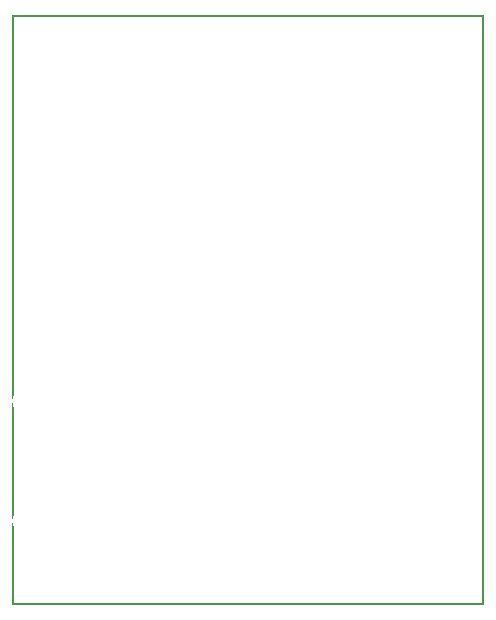
<source format=gbo>
G04 MADE WITH FRITZING*
G04 WWW.FRITZING.ORG*
G04 DOUBLE SIDED*
G04 HOLES PLATED*
G04 CONTOUR ON CENTER OF CONTOUR VECTOR*
%ASAXBY*%
%FSLAX23Y23*%
%MOIN*%
%OFA0B0*%
%SFA1.0B1.0*%
%ADD10R,0.001000X0.001000*%
%LNSILK0*%
G90*
G70*
G54D10*
X0Y1969D02*
X1573Y1969D01*
X0Y1968D02*
X1573Y1968D01*
X0Y1967D02*
X1573Y1967D01*
X0Y1966D02*
X1573Y1966D01*
X0Y1965D02*
X1573Y1965D01*
X0Y1964D02*
X1573Y1964D01*
X0Y1963D02*
X1573Y1963D01*
X0Y1962D02*
X1573Y1962D01*
X0Y1961D02*
X7Y1961D01*
X1566Y1961D02*
X1573Y1961D01*
X0Y1960D02*
X7Y1960D01*
X1566Y1960D02*
X1573Y1960D01*
X0Y1959D02*
X7Y1959D01*
X1566Y1959D02*
X1573Y1959D01*
X0Y1958D02*
X7Y1958D01*
X1566Y1958D02*
X1573Y1958D01*
X0Y1957D02*
X7Y1957D01*
X1566Y1957D02*
X1573Y1957D01*
X0Y1956D02*
X7Y1956D01*
X1566Y1956D02*
X1573Y1956D01*
X0Y1955D02*
X7Y1955D01*
X1566Y1955D02*
X1573Y1955D01*
X0Y1954D02*
X7Y1954D01*
X1566Y1954D02*
X1573Y1954D01*
X0Y1953D02*
X7Y1953D01*
X1566Y1953D02*
X1573Y1953D01*
X0Y1952D02*
X7Y1952D01*
X1566Y1952D02*
X1573Y1952D01*
X0Y1951D02*
X7Y1951D01*
X1566Y1951D02*
X1573Y1951D01*
X0Y1950D02*
X7Y1950D01*
X1566Y1950D02*
X1573Y1950D01*
X0Y1949D02*
X7Y1949D01*
X1566Y1949D02*
X1573Y1949D01*
X0Y1948D02*
X7Y1948D01*
X1566Y1948D02*
X1573Y1948D01*
X0Y1947D02*
X7Y1947D01*
X1566Y1947D02*
X1573Y1947D01*
X0Y1946D02*
X7Y1946D01*
X1566Y1946D02*
X1573Y1946D01*
X0Y1945D02*
X7Y1945D01*
X1566Y1945D02*
X1573Y1945D01*
X0Y1944D02*
X7Y1944D01*
X1566Y1944D02*
X1573Y1944D01*
X0Y1943D02*
X7Y1943D01*
X1566Y1943D02*
X1573Y1943D01*
X0Y1942D02*
X7Y1942D01*
X1566Y1942D02*
X1573Y1942D01*
X0Y1941D02*
X7Y1941D01*
X1566Y1941D02*
X1573Y1941D01*
X0Y1940D02*
X7Y1940D01*
X1566Y1940D02*
X1573Y1940D01*
X0Y1939D02*
X7Y1939D01*
X1566Y1939D02*
X1573Y1939D01*
X0Y1938D02*
X7Y1938D01*
X1566Y1938D02*
X1573Y1938D01*
X0Y1937D02*
X7Y1937D01*
X1566Y1937D02*
X1573Y1937D01*
X0Y1936D02*
X7Y1936D01*
X1566Y1936D02*
X1573Y1936D01*
X0Y1935D02*
X7Y1935D01*
X1566Y1935D02*
X1573Y1935D01*
X0Y1934D02*
X7Y1934D01*
X1566Y1934D02*
X1573Y1934D01*
X0Y1933D02*
X7Y1933D01*
X1566Y1933D02*
X1573Y1933D01*
X0Y1932D02*
X7Y1932D01*
X1566Y1932D02*
X1573Y1932D01*
X0Y1931D02*
X7Y1931D01*
X1566Y1931D02*
X1573Y1931D01*
X0Y1930D02*
X7Y1930D01*
X1566Y1930D02*
X1573Y1930D01*
X0Y1929D02*
X7Y1929D01*
X1566Y1929D02*
X1573Y1929D01*
X0Y1928D02*
X7Y1928D01*
X1566Y1928D02*
X1573Y1928D01*
X0Y1927D02*
X7Y1927D01*
X1566Y1927D02*
X1573Y1927D01*
X0Y1926D02*
X7Y1926D01*
X1566Y1926D02*
X1573Y1926D01*
X0Y1925D02*
X7Y1925D01*
X1566Y1925D02*
X1573Y1925D01*
X0Y1924D02*
X7Y1924D01*
X1566Y1924D02*
X1573Y1924D01*
X0Y1923D02*
X7Y1923D01*
X1566Y1923D02*
X1573Y1923D01*
X0Y1922D02*
X7Y1922D01*
X1566Y1922D02*
X1573Y1922D01*
X0Y1921D02*
X7Y1921D01*
X1566Y1921D02*
X1573Y1921D01*
X0Y1920D02*
X7Y1920D01*
X1566Y1920D02*
X1573Y1920D01*
X0Y1919D02*
X7Y1919D01*
X1566Y1919D02*
X1573Y1919D01*
X0Y1918D02*
X7Y1918D01*
X1566Y1918D02*
X1573Y1918D01*
X0Y1917D02*
X7Y1917D01*
X1566Y1917D02*
X1573Y1917D01*
X0Y1916D02*
X7Y1916D01*
X1566Y1916D02*
X1573Y1916D01*
X0Y1915D02*
X7Y1915D01*
X1566Y1915D02*
X1573Y1915D01*
X0Y1914D02*
X7Y1914D01*
X1566Y1914D02*
X1573Y1914D01*
X0Y1913D02*
X7Y1913D01*
X1566Y1913D02*
X1573Y1913D01*
X0Y1912D02*
X7Y1912D01*
X1566Y1912D02*
X1573Y1912D01*
X0Y1911D02*
X7Y1911D01*
X1566Y1911D02*
X1573Y1911D01*
X0Y1910D02*
X7Y1910D01*
X1566Y1910D02*
X1573Y1910D01*
X0Y1909D02*
X7Y1909D01*
X1566Y1909D02*
X1573Y1909D01*
X0Y1908D02*
X7Y1908D01*
X1566Y1908D02*
X1573Y1908D01*
X0Y1907D02*
X7Y1907D01*
X1566Y1907D02*
X1573Y1907D01*
X0Y1906D02*
X7Y1906D01*
X1566Y1906D02*
X1573Y1906D01*
X0Y1905D02*
X7Y1905D01*
X1566Y1905D02*
X1573Y1905D01*
X0Y1904D02*
X7Y1904D01*
X1566Y1904D02*
X1573Y1904D01*
X0Y1903D02*
X7Y1903D01*
X1566Y1903D02*
X1573Y1903D01*
X0Y1902D02*
X7Y1902D01*
X1566Y1902D02*
X1573Y1902D01*
X0Y1901D02*
X7Y1901D01*
X1566Y1901D02*
X1573Y1901D01*
X0Y1900D02*
X7Y1900D01*
X1566Y1900D02*
X1573Y1900D01*
X0Y1899D02*
X7Y1899D01*
X1566Y1899D02*
X1573Y1899D01*
X0Y1898D02*
X7Y1898D01*
X1566Y1898D02*
X1573Y1898D01*
X0Y1897D02*
X7Y1897D01*
X1566Y1897D02*
X1573Y1897D01*
X0Y1896D02*
X7Y1896D01*
X1566Y1896D02*
X1573Y1896D01*
X0Y1895D02*
X7Y1895D01*
X1566Y1895D02*
X1573Y1895D01*
X0Y1894D02*
X7Y1894D01*
X1566Y1894D02*
X1573Y1894D01*
X0Y1893D02*
X7Y1893D01*
X1566Y1893D02*
X1573Y1893D01*
X0Y1892D02*
X7Y1892D01*
X1566Y1892D02*
X1573Y1892D01*
X0Y1891D02*
X7Y1891D01*
X1566Y1891D02*
X1573Y1891D01*
X0Y1890D02*
X7Y1890D01*
X1566Y1890D02*
X1573Y1890D01*
X0Y1889D02*
X7Y1889D01*
X1566Y1889D02*
X1573Y1889D01*
X0Y1888D02*
X7Y1888D01*
X1566Y1888D02*
X1573Y1888D01*
X0Y1887D02*
X7Y1887D01*
X1566Y1887D02*
X1573Y1887D01*
X0Y1886D02*
X7Y1886D01*
X1566Y1886D02*
X1573Y1886D01*
X0Y1885D02*
X7Y1885D01*
X1566Y1885D02*
X1573Y1885D01*
X0Y1884D02*
X7Y1884D01*
X1566Y1884D02*
X1573Y1884D01*
X0Y1883D02*
X7Y1883D01*
X1566Y1883D02*
X1573Y1883D01*
X0Y1882D02*
X7Y1882D01*
X1566Y1882D02*
X1573Y1882D01*
X0Y1881D02*
X7Y1881D01*
X1566Y1881D02*
X1573Y1881D01*
X0Y1880D02*
X7Y1880D01*
X1566Y1880D02*
X1573Y1880D01*
X0Y1879D02*
X7Y1879D01*
X1566Y1879D02*
X1573Y1879D01*
X0Y1878D02*
X7Y1878D01*
X1566Y1878D02*
X1573Y1878D01*
X0Y1877D02*
X7Y1877D01*
X1566Y1877D02*
X1573Y1877D01*
X0Y1876D02*
X7Y1876D01*
X1566Y1876D02*
X1573Y1876D01*
X0Y1875D02*
X7Y1875D01*
X1566Y1875D02*
X1573Y1875D01*
X0Y1874D02*
X7Y1874D01*
X1566Y1874D02*
X1573Y1874D01*
X0Y1873D02*
X7Y1873D01*
X1566Y1873D02*
X1573Y1873D01*
X0Y1872D02*
X7Y1872D01*
X1566Y1872D02*
X1573Y1872D01*
X0Y1871D02*
X7Y1871D01*
X1566Y1871D02*
X1573Y1871D01*
X0Y1870D02*
X7Y1870D01*
X1566Y1870D02*
X1573Y1870D01*
X0Y1869D02*
X7Y1869D01*
X1566Y1869D02*
X1573Y1869D01*
X0Y1868D02*
X7Y1868D01*
X1566Y1868D02*
X1573Y1868D01*
X0Y1867D02*
X7Y1867D01*
X1566Y1867D02*
X1573Y1867D01*
X0Y1866D02*
X7Y1866D01*
X1566Y1866D02*
X1573Y1866D01*
X0Y1865D02*
X7Y1865D01*
X1566Y1865D02*
X1573Y1865D01*
X0Y1864D02*
X7Y1864D01*
X1566Y1864D02*
X1573Y1864D01*
X0Y1863D02*
X7Y1863D01*
X1566Y1863D02*
X1573Y1863D01*
X0Y1862D02*
X7Y1862D01*
X1566Y1862D02*
X1573Y1862D01*
X0Y1861D02*
X7Y1861D01*
X1566Y1861D02*
X1573Y1861D01*
X0Y1860D02*
X7Y1860D01*
X1566Y1860D02*
X1573Y1860D01*
X0Y1859D02*
X7Y1859D01*
X1566Y1859D02*
X1573Y1859D01*
X0Y1858D02*
X7Y1858D01*
X1566Y1858D02*
X1573Y1858D01*
X0Y1857D02*
X7Y1857D01*
X1566Y1857D02*
X1573Y1857D01*
X0Y1856D02*
X7Y1856D01*
X1566Y1856D02*
X1573Y1856D01*
X0Y1855D02*
X7Y1855D01*
X1566Y1855D02*
X1573Y1855D01*
X0Y1854D02*
X7Y1854D01*
X1566Y1854D02*
X1573Y1854D01*
X0Y1853D02*
X7Y1853D01*
X1566Y1853D02*
X1573Y1853D01*
X0Y1852D02*
X7Y1852D01*
X1566Y1852D02*
X1573Y1852D01*
X0Y1851D02*
X7Y1851D01*
X1566Y1851D02*
X1573Y1851D01*
X0Y1850D02*
X7Y1850D01*
X1566Y1850D02*
X1573Y1850D01*
X0Y1849D02*
X7Y1849D01*
X1566Y1849D02*
X1573Y1849D01*
X0Y1848D02*
X7Y1848D01*
X1566Y1848D02*
X1573Y1848D01*
X0Y1847D02*
X7Y1847D01*
X1566Y1847D02*
X1573Y1847D01*
X0Y1846D02*
X7Y1846D01*
X1566Y1846D02*
X1573Y1846D01*
X0Y1845D02*
X7Y1845D01*
X1566Y1845D02*
X1573Y1845D01*
X0Y1844D02*
X7Y1844D01*
X1566Y1844D02*
X1573Y1844D01*
X0Y1843D02*
X7Y1843D01*
X1566Y1843D02*
X1573Y1843D01*
X0Y1842D02*
X7Y1842D01*
X1566Y1842D02*
X1573Y1842D01*
X0Y1841D02*
X7Y1841D01*
X1566Y1841D02*
X1573Y1841D01*
X0Y1840D02*
X7Y1840D01*
X1566Y1840D02*
X1573Y1840D01*
X0Y1839D02*
X7Y1839D01*
X1566Y1839D02*
X1573Y1839D01*
X0Y1838D02*
X7Y1838D01*
X1566Y1838D02*
X1573Y1838D01*
X0Y1837D02*
X7Y1837D01*
X1566Y1837D02*
X1573Y1837D01*
X0Y1836D02*
X7Y1836D01*
X1566Y1836D02*
X1573Y1836D01*
X0Y1835D02*
X7Y1835D01*
X1566Y1835D02*
X1573Y1835D01*
X0Y1834D02*
X7Y1834D01*
X1566Y1834D02*
X1573Y1834D01*
X0Y1833D02*
X7Y1833D01*
X1566Y1833D02*
X1573Y1833D01*
X0Y1832D02*
X7Y1832D01*
X1566Y1832D02*
X1573Y1832D01*
X0Y1831D02*
X7Y1831D01*
X1566Y1831D02*
X1573Y1831D01*
X0Y1830D02*
X7Y1830D01*
X1566Y1830D02*
X1573Y1830D01*
X0Y1829D02*
X7Y1829D01*
X1566Y1829D02*
X1573Y1829D01*
X0Y1828D02*
X7Y1828D01*
X1566Y1828D02*
X1573Y1828D01*
X0Y1827D02*
X7Y1827D01*
X1566Y1827D02*
X1573Y1827D01*
X0Y1826D02*
X7Y1826D01*
X1566Y1826D02*
X1573Y1826D01*
X0Y1825D02*
X7Y1825D01*
X1566Y1825D02*
X1573Y1825D01*
X0Y1824D02*
X7Y1824D01*
X1566Y1824D02*
X1573Y1824D01*
X0Y1823D02*
X7Y1823D01*
X1566Y1823D02*
X1573Y1823D01*
X0Y1822D02*
X7Y1822D01*
X1566Y1822D02*
X1573Y1822D01*
X0Y1821D02*
X7Y1821D01*
X1566Y1821D02*
X1573Y1821D01*
X0Y1820D02*
X7Y1820D01*
X1566Y1820D02*
X1573Y1820D01*
X0Y1819D02*
X7Y1819D01*
X1566Y1819D02*
X1573Y1819D01*
X0Y1818D02*
X7Y1818D01*
X1566Y1818D02*
X1573Y1818D01*
X0Y1817D02*
X7Y1817D01*
X1566Y1817D02*
X1573Y1817D01*
X0Y1816D02*
X7Y1816D01*
X1566Y1816D02*
X1573Y1816D01*
X0Y1815D02*
X7Y1815D01*
X1566Y1815D02*
X1573Y1815D01*
X0Y1814D02*
X7Y1814D01*
X1566Y1814D02*
X1573Y1814D01*
X0Y1813D02*
X7Y1813D01*
X1566Y1813D02*
X1573Y1813D01*
X0Y1812D02*
X7Y1812D01*
X1566Y1812D02*
X1573Y1812D01*
X0Y1811D02*
X7Y1811D01*
X1566Y1811D02*
X1573Y1811D01*
X0Y1810D02*
X7Y1810D01*
X1566Y1810D02*
X1573Y1810D01*
X0Y1809D02*
X7Y1809D01*
X1566Y1809D02*
X1573Y1809D01*
X0Y1808D02*
X7Y1808D01*
X1566Y1808D02*
X1573Y1808D01*
X0Y1807D02*
X7Y1807D01*
X1566Y1807D02*
X1573Y1807D01*
X0Y1806D02*
X7Y1806D01*
X1566Y1806D02*
X1573Y1806D01*
X0Y1805D02*
X7Y1805D01*
X1566Y1805D02*
X1573Y1805D01*
X0Y1804D02*
X7Y1804D01*
X1566Y1804D02*
X1573Y1804D01*
X0Y1803D02*
X7Y1803D01*
X1566Y1803D02*
X1573Y1803D01*
X0Y1802D02*
X7Y1802D01*
X1566Y1802D02*
X1573Y1802D01*
X0Y1801D02*
X7Y1801D01*
X1566Y1801D02*
X1573Y1801D01*
X0Y1800D02*
X7Y1800D01*
X1566Y1800D02*
X1573Y1800D01*
X0Y1799D02*
X7Y1799D01*
X1566Y1799D02*
X1573Y1799D01*
X0Y1798D02*
X7Y1798D01*
X1566Y1798D02*
X1573Y1798D01*
X0Y1797D02*
X7Y1797D01*
X1566Y1797D02*
X1573Y1797D01*
X0Y1796D02*
X7Y1796D01*
X1566Y1796D02*
X1573Y1796D01*
X0Y1795D02*
X7Y1795D01*
X1566Y1795D02*
X1573Y1795D01*
X0Y1794D02*
X7Y1794D01*
X1566Y1794D02*
X1573Y1794D01*
X0Y1793D02*
X7Y1793D01*
X1566Y1793D02*
X1573Y1793D01*
X0Y1792D02*
X7Y1792D01*
X1566Y1792D02*
X1573Y1792D01*
X0Y1791D02*
X7Y1791D01*
X1566Y1791D02*
X1573Y1791D01*
X0Y1790D02*
X7Y1790D01*
X1566Y1790D02*
X1573Y1790D01*
X0Y1789D02*
X7Y1789D01*
X1566Y1789D02*
X1573Y1789D01*
X0Y1788D02*
X7Y1788D01*
X1566Y1788D02*
X1573Y1788D01*
X0Y1787D02*
X7Y1787D01*
X1566Y1787D02*
X1573Y1787D01*
X0Y1786D02*
X7Y1786D01*
X1566Y1786D02*
X1573Y1786D01*
X0Y1785D02*
X7Y1785D01*
X1566Y1785D02*
X1573Y1785D01*
X0Y1784D02*
X7Y1784D01*
X1566Y1784D02*
X1573Y1784D01*
X0Y1783D02*
X7Y1783D01*
X1566Y1783D02*
X1573Y1783D01*
X0Y1782D02*
X7Y1782D01*
X1566Y1782D02*
X1573Y1782D01*
X0Y1781D02*
X7Y1781D01*
X1566Y1781D02*
X1573Y1781D01*
X0Y1780D02*
X7Y1780D01*
X1566Y1780D02*
X1573Y1780D01*
X0Y1779D02*
X7Y1779D01*
X1566Y1779D02*
X1573Y1779D01*
X0Y1778D02*
X7Y1778D01*
X1566Y1778D02*
X1573Y1778D01*
X0Y1777D02*
X7Y1777D01*
X1566Y1777D02*
X1573Y1777D01*
X0Y1776D02*
X7Y1776D01*
X1566Y1776D02*
X1573Y1776D01*
X0Y1775D02*
X7Y1775D01*
X1566Y1775D02*
X1573Y1775D01*
X0Y1774D02*
X7Y1774D01*
X1566Y1774D02*
X1573Y1774D01*
X0Y1773D02*
X7Y1773D01*
X1566Y1773D02*
X1573Y1773D01*
X0Y1772D02*
X7Y1772D01*
X1566Y1772D02*
X1573Y1772D01*
X0Y1771D02*
X7Y1771D01*
X1566Y1771D02*
X1573Y1771D01*
X0Y1770D02*
X7Y1770D01*
X1566Y1770D02*
X1573Y1770D01*
X0Y1769D02*
X7Y1769D01*
X1566Y1769D02*
X1573Y1769D01*
X0Y1768D02*
X7Y1768D01*
X1566Y1768D02*
X1573Y1768D01*
X0Y1767D02*
X7Y1767D01*
X1566Y1767D02*
X1573Y1767D01*
X0Y1766D02*
X7Y1766D01*
X1566Y1766D02*
X1573Y1766D01*
X0Y1765D02*
X7Y1765D01*
X1566Y1765D02*
X1573Y1765D01*
X0Y1764D02*
X7Y1764D01*
X1566Y1764D02*
X1573Y1764D01*
X0Y1763D02*
X7Y1763D01*
X1566Y1763D02*
X1573Y1763D01*
X0Y1762D02*
X7Y1762D01*
X1566Y1762D02*
X1573Y1762D01*
X0Y1761D02*
X7Y1761D01*
X1566Y1761D02*
X1573Y1761D01*
X0Y1760D02*
X7Y1760D01*
X1566Y1760D02*
X1573Y1760D01*
X0Y1759D02*
X7Y1759D01*
X1566Y1759D02*
X1573Y1759D01*
X0Y1758D02*
X7Y1758D01*
X1566Y1758D02*
X1573Y1758D01*
X0Y1757D02*
X7Y1757D01*
X1566Y1757D02*
X1573Y1757D01*
X0Y1756D02*
X7Y1756D01*
X1566Y1756D02*
X1573Y1756D01*
X0Y1755D02*
X7Y1755D01*
X1566Y1755D02*
X1573Y1755D01*
X0Y1754D02*
X7Y1754D01*
X1566Y1754D02*
X1573Y1754D01*
X0Y1753D02*
X7Y1753D01*
X1566Y1753D02*
X1573Y1753D01*
X0Y1752D02*
X7Y1752D01*
X1566Y1752D02*
X1573Y1752D01*
X0Y1751D02*
X7Y1751D01*
X1566Y1751D02*
X1573Y1751D01*
X0Y1750D02*
X7Y1750D01*
X1566Y1750D02*
X1573Y1750D01*
X0Y1749D02*
X7Y1749D01*
X1566Y1749D02*
X1573Y1749D01*
X0Y1748D02*
X7Y1748D01*
X1566Y1748D02*
X1573Y1748D01*
X0Y1747D02*
X7Y1747D01*
X1566Y1747D02*
X1573Y1747D01*
X0Y1746D02*
X7Y1746D01*
X1566Y1746D02*
X1573Y1746D01*
X0Y1745D02*
X7Y1745D01*
X1566Y1745D02*
X1573Y1745D01*
X0Y1744D02*
X7Y1744D01*
X1566Y1744D02*
X1573Y1744D01*
X0Y1743D02*
X7Y1743D01*
X1566Y1743D02*
X1573Y1743D01*
X0Y1742D02*
X7Y1742D01*
X1566Y1742D02*
X1573Y1742D01*
X0Y1741D02*
X7Y1741D01*
X1566Y1741D02*
X1573Y1741D01*
X0Y1740D02*
X7Y1740D01*
X1566Y1740D02*
X1573Y1740D01*
X0Y1739D02*
X7Y1739D01*
X1566Y1739D02*
X1573Y1739D01*
X0Y1738D02*
X7Y1738D01*
X1566Y1738D02*
X1573Y1738D01*
X0Y1737D02*
X7Y1737D01*
X1566Y1737D02*
X1573Y1737D01*
X0Y1736D02*
X7Y1736D01*
X1566Y1736D02*
X1573Y1736D01*
X0Y1735D02*
X7Y1735D01*
X1566Y1735D02*
X1573Y1735D01*
X0Y1734D02*
X7Y1734D01*
X1566Y1734D02*
X1573Y1734D01*
X0Y1733D02*
X7Y1733D01*
X1566Y1733D02*
X1573Y1733D01*
X0Y1732D02*
X7Y1732D01*
X1566Y1732D02*
X1573Y1732D01*
X0Y1731D02*
X7Y1731D01*
X1566Y1731D02*
X1573Y1731D01*
X0Y1730D02*
X7Y1730D01*
X1566Y1730D02*
X1573Y1730D01*
X0Y1729D02*
X7Y1729D01*
X1566Y1729D02*
X1573Y1729D01*
X0Y1728D02*
X7Y1728D01*
X1566Y1728D02*
X1573Y1728D01*
X0Y1727D02*
X7Y1727D01*
X1566Y1727D02*
X1573Y1727D01*
X0Y1726D02*
X7Y1726D01*
X1566Y1726D02*
X1573Y1726D01*
X0Y1725D02*
X7Y1725D01*
X1566Y1725D02*
X1573Y1725D01*
X0Y1724D02*
X7Y1724D01*
X1566Y1724D02*
X1573Y1724D01*
X0Y1723D02*
X7Y1723D01*
X1566Y1723D02*
X1573Y1723D01*
X0Y1722D02*
X7Y1722D01*
X1566Y1722D02*
X1573Y1722D01*
X0Y1721D02*
X7Y1721D01*
X1566Y1721D02*
X1573Y1721D01*
X0Y1720D02*
X7Y1720D01*
X1566Y1720D02*
X1573Y1720D01*
X0Y1719D02*
X7Y1719D01*
X1566Y1719D02*
X1573Y1719D01*
X0Y1718D02*
X7Y1718D01*
X1566Y1718D02*
X1573Y1718D01*
X0Y1717D02*
X7Y1717D01*
X1566Y1717D02*
X1573Y1717D01*
X0Y1716D02*
X7Y1716D01*
X1566Y1716D02*
X1573Y1716D01*
X0Y1715D02*
X7Y1715D01*
X1566Y1715D02*
X1573Y1715D01*
X0Y1714D02*
X7Y1714D01*
X1566Y1714D02*
X1573Y1714D01*
X0Y1713D02*
X7Y1713D01*
X1566Y1713D02*
X1573Y1713D01*
X0Y1712D02*
X7Y1712D01*
X1566Y1712D02*
X1573Y1712D01*
X0Y1711D02*
X7Y1711D01*
X1566Y1711D02*
X1573Y1711D01*
X0Y1710D02*
X7Y1710D01*
X1566Y1710D02*
X1573Y1710D01*
X0Y1709D02*
X7Y1709D01*
X1566Y1709D02*
X1573Y1709D01*
X0Y1708D02*
X7Y1708D01*
X1566Y1708D02*
X1573Y1708D01*
X0Y1707D02*
X7Y1707D01*
X1566Y1707D02*
X1573Y1707D01*
X0Y1706D02*
X7Y1706D01*
X1566Y1706D02*
X1573Y1706D01*
X0Y1705D02*
X7Y1705D01*
X1566Y1705D02*
X1573Y1705D01*
X0Y1704D02*
X7Y1704D01*
X1566Y1704D02*
X1573Y1704D01*
X0Y1703D02*
X7Y1703D01*
X1566Y1703D02*
X1573Y1703D01*
X0Y1702D02*
X7Y1702D01*
X1566Y1702D02*
X1573Y1702D01*
X0Y1701D02*
X7Y1701D01*
X1566Y1701D02*
X1573Y1701D01*
X0Y1700D02*
X7Y1700D01*
X1566Y1700D02*
X1573Y1700D01*
X0Y1699D02*
X7Y1699D01*
X1566Y1699D02*
X1573Y1699D01*
X0Y1698D02*
X7Y1698D01*
X1566Y1698D02*
X1573Y1698D01*
X0Y1697D02*
X7Y1697D01*
X1566Y1697D02*
X1573Y1697D01*
X0Y1696D02*
X7Y1696D01*
X1566Y1696D02*
X1573Y1696D01*
X0Y1695D02*
X7Y1695D01*
X1566Y1695D02*
X1573Y1695D01*
X0Y1694D02*
X7Y1694D01*
X1566Y1694D02*
X1573Y1694D01*
X0Y1693D02*
X7Y1693D01*
X1566Y1693D02*
X1573Y1693D01*
X0Y1692D02*
X7Y1692D01*
X1566Y1692D02*
X1573Y1692D01*
X0Y1691D02*
X7Y1691D01*
X1566Y1691D02*
X1573Y1691D01*
X0Y1690D02*
X7Y1690D01*
X1566Y1690D02*
X1573Y1690D01*
X0Y1689D02*
X7Y1689D01*
X1566Y1689D02*
X1573Y1689D01*
X0Y1688D02*
X7Y1688D01*
X1566Y1688D02*
X1573Y1688D01*
X0Y1687D02*
X7Y1687D01*
X1566Y1687D02*
X1573Y1687D01*
X0Y1686D02*
X7Y1686D01*
X1566Y1686D02*
X1573Y1686D01*
X0Y1685D02*
X7Y1685D01*
X1566Y1685D02*
X1573Y1685D01*
X0Y1684D02*
X7Y1684D01*
X1566Y1684D02*
X1573Y1684D01*
X0Y1683D02*
X7Y1683D01*
X1566Y1683D02*
X1573Y1683D01*
X0Y1682D02*
X7Y1682D01*
X1566Y1682D02*
X1573Y1682D01*
X0Y1681D02*
X7Y1681D01*
X1566Y1681D02*
X1573Y1681D01*
X0Y1680D02*
X7Y1680D01*
X1566Y1680D02*
X1573Y1680D01*
X0Y1679D02*
X7Y1679D01*
X1566Y1679D02*
X1573Y1679D01*
X0Y1678D02*
X7Y1678D01*
X1566Y1678D02*
X1573Y1678D01*
X0Y1677D02*
X7Y1677D01*
X1566Y1677D02*
X1573Y1677D01*
X0Y1676D02*
X7Y1676D01*
X1566Y1676D02*
X1573Y1676D01*
X0Y1675D02*
X7Y1675D01*
X1566Y1675D02*
X1573Y1675D01*
X0Y1674D02*
X7Y1674D01*
X1566Y1674D02*
X1573Y1674D01*
X0Y1673D02*
X7Y1673D01*
X1566Y1673D02*
X1573Y1673D01*
X0Y1672D02*
X7Y1672D01*
X1566Y1672D02*
X1573Y1672D01*
X0Y1671D02*
X7Y1671D01*
X1566Y1671D02*
X1573Y1671D01*
X0Y1670D02*
X7Y1670D01*
X1566Y1670D02*
X1573Y1670D01*
X0Y1669D02*
X7Y1669D01*
X1566Y1669D02*
X1573Y1669D01*
X0Y1668D02*
X7Y1668D01*
X1566Y1668D02*
X1573Y1668D01*
X0Y1667D02*
X7Y1667D01*
X1566Y1667D02*
X1573Y1667D01*
X0Y1666D02*
X7Y1666D01*
X1566Y1666D02*
X1573Y1666D01*
X0Y1665D02*
X7Y1665D01*
X1566Y1665D02*
X1573Y1665D01*
X0Y1664D02*
X7Y1664D01*
X1566Y1664D02*
X1573Y1664D01*
X0Y1663D02*
X7Y1663D01*
X1566Y1663D02*
X1573Y1663D01*
X0Y1662D02*
X7Y1662D01*
X1566Y1662D02*
X1573Y1662D01*
X0Y1661D02*
X7Y1661D01*
X1566Y1661D02*
X1573Y1661D01*
X0Y1660D02*
X7Y1660D01*
X1566Y1660D02*
X1573Y1660D01*
X0Y1659D02*
X7Y1659D01*
X1566Y1659D02*
X1573Y1659D01*
X0Y1658D02*
X7Y1658D01*
X1566Y1658D02*
X1573Y1658D01*
X0Y1657D02*
X7Y1657D01*
X1566Y1657D02*
X1573Y1657D01*
X0Y1656D02*
X7Y1656D01*
X1566Y1656D02*
X1573Y1656D01*
X0Y1655D02*
X7Y1655D01*
X1566Y1655D02*
X1573Y1655D01*
X0Y1654D02*
X7Y1654D01*
X1566Y1654D02*
X1573Y1654D01*
X0Y1653D02*
X7Y1653D01*
X1566Y1653D02*
X1573Y1653D01*
X0Y1652D02*
X7Y1652D01*
X1566Y1652D02*
X1573Y1652D01*
X0Y1651D02*
X7Y1651D01*
X1566Y1651D02*
X1573Y1651D01*
X0Y1650D02*
X7Y1650D01*
X1566Y1650D02*
X1573Y1650D01*
X0Y1649D02*
X7Y1649D01*
X1566Y1649D02*
X1573Y1649D01*
X0Y1648D02*
X7Y1648D01*
X1566Y1648D02*
X1573Y1648D01*
X0Y1647D02*
X7Y1647D01*
X1566Y1647D02*
X1573Y1647D01*
X0Y1646D02*
X7Y1646D01*
X1566Y1646D02*
X1573Y1646D01*
X0Y1645D02*
X7Y1645D01*
X1566Y1645D02*
X1573Y1645D01*
X0Y1644D02*
X7Y1644D01*
X1566Y1644D02*
X1573Y1644D01*
X0Y1643D02*
X7Y1643D01*
X1566Y1643D02*
X1573Y1643D01*
X0Y1642D02*
X7Y1642D01*
X1566Y1642D02*
X1573Y1642D01*
X0Y1641D02*
X7Y1641D01*
X1566Y1641D02*
X1573Y1641D01*
X0Y1640D02*
X7Y1640D01*
X1566Y1640D02*
X1573Y1640D01*
X0Y1639D02*
X7Y1639D01*
X1566Y1639D02*
X1573Y1639D01*
X0Y1638D02*
X7Y1638D01*
X1566Y1638D02*
X1573Y1638D01*
X0Y1637D02*
X7Y1637D01*
X1566Y1637D02*
X1573Y1637D01*
X0Y1636D02*
X7Y1636D01*
X1566Y1636D02*
X1573Y1636D01*
X0Y1635D02*
X7Y1635D01*
X1566Y1635D02*
X1573Y1635D01*
X0Y1634D02*
X7Y1634D01*
X1566Y1634D02*
X1573Y1634D01*
X0Y1633D02*
X7Y1633D01*
X1566Y1633D02*
X1573Y1633D01*
X0Y1632D02*
X7Y1632D01*
X1566Y1632D02*
X1573Y1632D01*
X0Y1631D02*
X7Y1631D01*
X1566Y1631D02*
X1573Y1631D01*
X0Y1630D02*
X7Y1630D01*
X1566Y1630D02*
X1573Y1630D01*
X0Y1629D02*
X7Y1629D01*
X1566Y1629D02*
X1573Y1629D01*
X0Y1628D02*
X7Y1628D01*
X1566Y1628D02*
X1573Y1628D01*
X0Y1627D02*
X7Y1627D01*
X1566Y1627D02*
X1573Y1627D01*
X0Y1626D02*
X7Y1626D01*
X1566Y1626D02*
X1573Y1626D01*
X0Y1625D02*
X7Y1625D01*
X1566Y1625D02*
X1573Y1625D01*
X0Y1624D02*
X7Y1624D01*
X1566Y1624D02*
X1573Y1624D01*
X0Y1623D02*
X7Y1623D01*
X1566Y1623D02*
X1573Y1623D01*
X0Y1622D02*
X7Y1622D01*
X1566Y1622D02*
X1573Y1622D01*
X0Y1621D02*
X7Y1621D01*
X1566Y1621D02*
X1573Y1621D01*
X0Y1620D02*
X7Y1620D01*
X1566Y1620D02*
X1573Y1620D01*
X0Y1619D02*
X7Y1619D01*
X1566Y1619D02*
X1573Y1619D01*
X0Y1618D02*
X7Y1618D01*
X1566Y1618D02*
X1573Y1618D01*
X0Y1617D02*
X7Y1617D01*
X1566Y1617D02*
X1573Y1617D01*
X0Y1616D02*
X7Y1616D01*
X1566Y1616D02*
X1573Y1616D01*
X0Y1615D02*
X7Y1615D01*
X1566Y1615D02*
X1573Y1615D01*
X0Y1614D02*
X7Y1614D01*
X1566Y1614D02*
X1573Y1614D01*
X0Y1613D02*
X7Y1613D01*
X1566Y1613D02*
X1573Y1613D01*
X0Y1612D02*
X7Y1612D01*
X1566Y1612D02*
X1573Y1612D01*
X0Y1611D02*
X7Y1611D01*
X1566Y1611D02*
X1573Y1611D01*
X0Y1610D02*
X7Y1610D01*
X1566Y1610D02*
X1573Y1610D01*
X0Y1609D02*
X7Y1609D01*
X1566Y1609D02*
X1573Y1609D01*
X0Y1608D02*
X7Y1608D01*
X1566Y1608D02*
X1573Y1608D01*
X0Y1607D02*
X7Y1607D01*
X1566Y1607D02*
X1573Y1607D01*
X0Y1606D02*
X7Y1606D01*
X1566Y1606D02*
X1573Y1606D01*
X0Y1605D02*
X7Y1605D01*
X1566Y1605D02*
X1573Y1605D01*
X0Y1604D02*
X7Y1604D01*
X1566Y1604D02*
X1573Y1604D01*
X0Y1603D02*
X7Y1603D01*
X1566Y1603D02*
X1573Y1603D01*
X0Y1602D02*
X7Y1602D01*
X1566Y1602D02*
X1573Y1602D01*
X0Y1601D02*
X7Y1601D01*
X1566Y1601D02*
X1573Y1601D01*
X0Y1600D02*
X7Y1600D01*
X1566Y1600D02*
X1573Y1600D01*
X0Y1599D02*
X7Y1599D01*
X1566Y1599D02*
X1573Y1599D01*
X0Y1598D02*
X7Y1598D01*
X1566Y1598D02*
X1573Y1598D01*
X0Y1597D02*
X7Y1597D01*
X1566Y1597D02*
X1573Y1597D01*
X0Y1596D02*
X7Y1596D01*
X1566Y1596D02*
X1573Y1596D01*
X0Y1595D02*
X7Y1595D01*
X1566Y1595D02*
X1573Y1595D01*
X0Y1594D02*
X7Y1594D01*
X1566Y1594D02*
X1573Y1594D01*
X0Y1593D02*
X7Y1593D01*
X1566Y1593D02*
X1573Y1593D01*
X0Y1592D02*
X7Y1592D01*
X1566Y1592D02*
X1573Y1592D01*
X0Y1591D02*
X7Y1591D01*
X1566Y1591D02*
X1573Y1591D01*
X0Y1590D02*
X7Y1590D01*
X1566Y1590D02*
X1573Y1590D01*
X0Y1589D02*
X7Y1589D01*
X1566Y1589D02*
X1573Y1589D01*
X0Y1588D02*
X7Y1588D01*
X1566Y1588D02*
X1573Y1588D01*
X0Y1587D02*
X7Y1587D01*
X1566Y1587D02*
X1573Y1587D01*
X0Y1586D02*
X7Y1586D01*
X1566Y1586D02*
X1573Y1586D01*
X0Y1585D02*
X7Y1585D01*
X1566Y1585D02*
X1573Y1585D01*
X0Y1584D02*
X7Y1584D01*
X1566Y1584D02*
X1573Y1584D01*
X0Y1583D02*
X7Y1583D01*
X1566Y1583D02*
X1573Y1583D01*
X0Y1582D02*
X7Y1582D01*
X1566Y1582D02*
X1573Y1582D01*
X0Y1581D02*
X7Y1581D01*
X1566Y1581D02*
X1573Y1581D01*
X0Y1580D02*
X7Y1580D01*
X1566Y1580D02*
X1573Y1580D01*
X0Y1579D02*
X7Y1579D01*
X1566Y1579D02*
X1573Y1579D01*
X0Y1578D02*
X7Y1578D01*
X1566Y1578D02*
X1573Y1578D01*
X0Y1577D02*
X7Y1577D01*
X1566Y1577D02*
X1573Y1577D01*
X0Y1576D02*
X7Y1576D01*
X1566Y1576D02*
X1573Y1576D01*
X0Y1575D02*
X7Y1575D01*
X1566Y1575D02*
X1573Y1575D01*
X0Y1574D02*
X7Y1574D01*
X1566Y1574D02*
X1573Y1574D01*
X0Y1573D02*
X7Y1573D01*
X1566Y1573D02*
X1573Y1573D01*
X0Y1572D02*
X7Y1572D01*
X1566Y1572D02*
X1573Y1572D01*
X0Y1571D02*
X7Y1571D01*
X1566Y1571D02*
X1573Y1571D01*
X0Y1570D02*
X7Y1570D01*
X1566Y1570D02*
X1573Y1570D01*
X0Y1569D02*
X7Y1569D01*
X1566Y1569D02*
X1573Y1569D01*
X0Y1568D02*
X7Y1568D01*
X1566Y1568D02*
X1573Y1568D01*
X0Y1567D02*
X7Y1567D01*
X1566Y1567D02*
X1573Y1567D01*
X0Y1566D02*
X7Y1566D01*
X1566Y1566D02*
X1573Y1566D01*
X0Y1565D02*
X7Y1565D01*
X1566Y1565D02*
X1573Y1565D01*
X0Y1564D02*
X7Y1564D01*
X1566Y1564D02*
X1573Y1564D01*
X0Y1563D02*
X7Y1563D01*
X1566Y1563D02*
X1573Y1563D01*
X0Y1562D02*
X7Y1562D01*
X1566Y1562D02*
X1573Y1562D01*
X0Y1561D02*
X7Y1561D01*
X1566Y1561D02*
X1573Y1561D01*
X0Y1560D02*
X7Y1560D01*
X1566Y1560D02*
X1573Y1560D01*
X0Y1559D02*
X7Y1559D01*
X1566Y1559D02*
X1573Y1559D01*
X0Y1558D02*
X7Y1558D01*
X1566Y1558D02*
X1573Y1558D01*
X0Y1557D02*
X7Y1557D01*
X1566Y1557D02*
X1573Y1557D01*
X0Y1556D02*
X7Y1556D01*
X1566Y1556D02*
X1573Y1556D01*
X0Y1555D02*
X7Y1555D01*
X1566Y1555D02*
X1573Y1555D01*
X0Y1554D02*
X7Y1554D01*
X1566Y1554D02*
X1573Y1554D01*
X0Y1553D02*
X7Y1553D01*
X1566Y1553D02*
X1573Y1553D01*
X0Y1552D02*
X7Y1552D01*
X1566Y1552D02*
X1573Y1552D01*
X0Y1551D02*
X7Y1551D01*
X1566Y1551D02*
X1573Y1551D01*
X0Y1550D02*
X7Y1550D01*
X1566Y1550D02*
X1573Y1550D01*
X0Y1549D02*
X7Y1549D01*
X1566Y1549D02*
X1573Y1549D01*
X0Y1548D02*
X7Y1548D01*
X1566Y1548D02*
X1573Y1548D01*
X0Y1547D02*
X7Y1547D01*
X1566Y1547D02*
X1573Y1547D01*
X0Y1546D02*
X7Y1546D01*
X1566Y1546D02*
X1573Y1546D01*
X0Y1545D02*
X7Y1545D01*
X1566Y1545D02*
X1573Y1545D01*
X0Y1544D02*
X7Y1544D01*
X1566Y1544D02*
X1573Y1544D01*
X0Y1543D02*
X7Y1543D01*
X1566Y1543D02*
X1573Y1543D01*
X0Y1542D02*
X7Y1542D01*
X1566Y1542D02*
X1573Y1542D01*
X0Y1541D02*
X7Y1541D01*
X1566Y1541D02*
X1573Y1541D01*
X0Y1540D02*
X7Y1540D01*
X1566Y1540D02*
X1573Y1540D01*
X0Y1539D02*
X7Y1539D01*
X1566Y1539D02*
X1573Y1539D01*
X0Y1538D02*
X7Y1538D01*
X1566Y1538D02*
X1573Y1538D01*
X0Y1537D02*
X7Y1537D01*
X1566Y1537D02*
X1573Y1537D01*
X0Y1536D02*
X7Y1536D01*
X1566Y1536D02*
X1573Y1536D01*
X0Y1535D02*
X7Y1535D01*
X1566Y1535D02*
X1573Y1535D01*
X0Y1534D02*
X7Y1534D01*
X1566Y1534D02*
X1573Y1534D01*
X0Y1533D02*
X7Y1533D01*
X1566Y1533D02*
X1573Y1533D01*
X0Y1532D02*
X7Y1532D01*
X1566Y1532D02*
X1573Y1532D01*
X0Y1531D02*
X7Y1531D01*
X1566Y1531D02*
X1573Y1531D01*
X0Y1530D02*
X7Y1530D01*
X1566Y1530D02*
X1573Y1530D01*
X0Y1529D02*
X7Y1529D01*
X1566Y1529D02*
X1573Y1529D01*
X0Y1528D02*
X7Y1528D01*
X1566Y1528D02*
X1573Y1528D01*
X0Y1527D02*
X7Y1527D01*
X1566Y1527D02*
X1573Y1527D01*
X0Y1526D02*
X7Y1526D01*
X1566Y1526D02*
X1573Y1526D01*
X0Y1525D02*
X7Y1525D01*
X1566Y1525D02*
X1573Y1525D01*
X0Y1524D02*
X7Y1524D01*
X1566Y1524D02*
X1573Y1524D01*
X0Y1523D02*
X7Y1523D01*
X1566Y1523D02*
X1573Y1523D01*
X0Y1522D02*
X7Y1522D01*
X1566Y1522D02*
X1573Y1522D01*
X0Y1521D02*
X7Y1521D01*
X1566Y1521D02*
X1573Y1521D01*
X0Y1520D02*
X7Y1520D01*
X1566Y1520D02*
X1573Y1520D01*
X0Y1519D02*
X7Y1519D01*
X1566Y1519D02*
X1573Y1519D01*
X0Y1518D02*
X7Y1518D01*
X1566Y1518D02*
X1573Y1518D01*
X0Y1517D02*
X7Y1517D01*
X1566Y1517D02*
X1573Y1517D01*
X0Y1516D02*
X7Y1516D01*
X1566Y1516D02*
X1573Y1516D01*
X0Y1515D02*
X7Y1515D01*
X1566Y1515D02*
X1573Y1515D01*
X0Y1514D02*
X7Y1514D01*
X1566Y1514D02*
X1573Y1514D01*
X0Y1513D02*
X7Y1513D01*
X1566Y1513D02*
X1573Y1513D01*
X0Y1512D02*
X7Y1512D01*
X1566Y1512D02*
X1573Y1512D01*
X0Y1511D02*
X7Y1511D01*
X1566Y1511D02*
X1573Y1511D01*
X0Y1510D02*
X7Y1510D01*
X1566Y1510D02*
X1573Y1510D01*
X0Y1509D02*
X7Y1509D01*
X1566Y1509D02*
X1573Y1509D01*
X0Y1508D02*
X7Y1508D01*
X1566Y1508D02*
X1573Y1508D01*
X0Y1507D02*
X7Y1507D01*
X1566Y1507D02*
X1573Y1507D01*
X0Y1506D02*
X7Y1506D01*
X1566Y1506D02*
X1573Y1506D01*
X0Y1505D02*
X7Y1505D01*
X1566Y1505D02*
X1573Y1505D01*
X0Y1504D02*
X7Y1504D01*
X1566Y1504D02*
X1573Y1504D01*
X0Y1503D02*
X7Y1503D01*
X1566Y1503D02*
X1573Y1503D01*
X0Y1502D02*
X7Y1502D01*
X1566Y1502D02*
X1573Y1502D01*
X0Y1501D02*
X7Y1501D01*
X1566Y1501D02*
X1573Y1501D01*
X0Y1500D02*
X7Y1500D01*
X1566Y1500D02*
X1573Y1500D01*
X0Y1499D02*
X7Y1499D01*
X1566Y1499D02*
X1573Y1499D01*
X0Y1498D02*
X7Y1498D01*
X1566Y1498D02*
X1573Y1498D01*
X0Y1497D02*
X7Y1497D01*
X1566Y1497D02*
X1573Y1497D01*
X0Y1496D02*
X7Y1496D01*
X1566Y1496D02*
X1573Y1496D01*
X0Y1495D02*
X7Y1495D01*
X1566Y1495D02*
X1573Y1495D01*
X0Y1494D02*
X7Y1494D01*
X1566Y1494D02*
X1573Y1494D01*
X0Y1493D02*
X7Y1493D01*
X1566Y1493D02*
X1573Y1493D01*
X0Y1492D02*
X7Y1492D01*
X1566Y1492D02*
X1573Y1492D01*
X0Y1491D02*
X7Y1491D01*
X1566Y1491D02*
X1573Y1491D01*
X0Y1490D02*
X7Y1490D01*
X1566Y1490D02*
X1573Y1490D01*
X0Y1489D02*
X7Y1489D01*
X1566Y1489D02*
X1573Y1489D01*
X0Y1488D02*
X7Y1488D01*
X1566Y1488D02*
X1573Y1488D01*
X0Y1487D02*
X7Y1487D01*
X1566Y1487D02*
X1573Y1487D01*
X0Y1486D02*
X7Y1486D01*
X1566Y1486D02*
X1573Y1486D01*
X0Y1485D02*
X7Y1485D01*
X1566Y1485D02*
X1573Y1485D01*
X0Y1484D02*
X7Y1484D01*
X1566Y1484D02*
X1573Y1484D01*
X0Y1483D02*
X7Y1483D01*
X1566Y1483D02*
X1573Y1483D01*
X0Y1482D02*
X7Y1482D01*
X1566Y1482D02*
X1573Y1482D01*
X0Y1481D02*
X7Y1481D01*
X1566Y1481D02*
X1573Y1481D01*
X0Y1480D02*
X7Y1480D01*
X1566Y1480D02*
X1573Y1480D01*
X0Y1479D02*
X7Y1479D01*
X1566Y1479D02*
X1573Y1479D01*
X0Y1478D02*
X7Y1478D01*
X1566Y1478D02*
X1573Y1478D01*
X0Y1477D02*
X7Y1477D01*
X1566Y1477D02*
X1573Y1477D01*
X0Y1476D02*
X7Y1476D01*
X1566Y1476D02*
X1573Y1476D01*
X0Y1475D02*
X7Y1475D01*
X1566Y1475D02*
X1573Y1475D01*
X0Y1474D02*
X7Y1474D01*
X1566Y1474D02*
X1573Y1474D01*
X0Y1473D02*
X7Y1473D01*
X1566Y1473D02*
X1573Y1473D01*
X0Y1472D02*
X7Y1472D01*
X1566Y1472D02*
X1573Y1472D01*
X0Y1471D02*
X7Y1471D01*
X1566Y1471D02*
X1573Y1471D01*
X0Y1470D02*
X7Y1470D01*
X1566Y1470D02*
X1573Y1470D01*
X0Y1469D02*
X7Y1469D01*
X1566Y1469D02*
X1573Y1469D01*
X0Y1468D02*
X7Y1468D01*
X1566Y1468D02*
X1573Y1468D01*
X0Y1467D02*
X7Y1467D01*
X1566Y1467D02*
X1573Y1467D01*
X0Y1466D02*
X7Y1466D01*
X1566Y1466D02*
X1573Y1466D01*
X0Y1465D02*
X7Y1465D01*
X1566Y1465D02*
X1573Y1465D01*
X0Y1464D02*
X7Y1464D01*
X1566Y1464D02*
X1573Y1464D01*
X0Y1463D02*
X7Y1463D01*
X1566Y1463D02*
X1573Y1463D01*
X0Y1462D02*
X7Y1462D01*
X1566Y1462D02*
X1573Y1462D01*
X0Y1461D02*
X7Y1461D01*
X1566Y1461D02*
X1573Y1461D01*
X0Y1460D02*
X7Y1460D01*
X1566Y1460D02*
X1573Y1460D01*
X0Y1459D02*
X7Y1459D01*
X1566Y1459D02*
X1573Y1459D01*
X0Y1458D02*
X7Y1458D01*
X1566Y1458D02*
X1573Y1458D01*
X0Y1457D02*
X7Y1457D01*
X1566Y1457D02*
X1573Y1457D01*
X0Y1456D02*
X7Y1456D01*
X1566Y1456D02*
X1573Y1456D01*
X0Y1455D02*
X7Y1455D01*
X1566Y1455D02*
X1573Y1455D01*
X0Y1454D02*
X7Y1454D01*
X1566Y1454D02*
X1573Y1454D01*
X0Y1453D02*
X7Y1453D01*
X1566Y1453D02*
X1573Y1453D01*
X0Y1452D02*
X7Y1452D01*
X1566Y1452D02*
X1573Y1452D01*
X0Y1451D02*
X7Y1451D01*
X1566Y1451D02*
X1573Y1451D01*
X0Y1450D02*
X7Y1450D01*
X1566Y1450D02*
X1573Y1450D01*
X0Y1449D02*
X7Y1449D01*
X1566Y1449D02*
X1573Y1449D01*
X0Y1448D02*
X7Y1448D01*
X1566Y1448D02*
X1573Y1448D01*
X0Y1447D02*
X7Y1447D01*
X1566Y1447D02*
X1573Y1447D01*
X0Y1446D02*
X7Y1446D01*
X1566Y1446D02*
X1573Y1446D01*
X0Y1445D02*
X7Y1445D01*
X1566Y1445D02*
X1573Y1445D01*
X0Y1444D02*
X7Y1444D01*
X1566Y1444D02*
X1573Y1444D01*
X0Y1443D02*
X7Y1443D01*
X1566Y1443D02*
X1573Y1443D01*
X0Y1442D02*
X7Y1442D01*
X1566Y1442D02*
X1573Y1442D01*
X0Y1441D02*
X7Y1441D01*
X1566Y1441D02*
X1573Y1441D01*
X0Y1440D02*
X7Y1440D01*
X1566Y1440D02*
X1573Y1440D01*
X0Y1439D02*
X7Y1439D01*
X1566Y1439D02*
X1573Y1439D01*
X0Y1438D02*
X7Y1438D01*
X1566Y1438D02*
X1573Y1438D01*
X0Y1437D02*
X7Y1437D01*
X1566Y1437D02*
X1573Y1437D01*
X0Y1436D02*
X7Y1436D01*
X1566Y1436D02*
X1573Y1436D01*
X0Y1435D02*
X7Y1435D01*
X1566Y1435D02*
X1573Y1435D01*
X0Y1434D02*
X7Y1434D01*
X1566Y1434D02*
X1573Y1434D01*
X0Y1433D02*
X7Y1433D01*
X1566Y1433D02*
X1573Y1433D01*
X0Y1432D02*
X7Y1432D01*
X1566Y1432D02*
X1573Y1432D01*
X0Y1431D02*
X7Y1431D01*
X1566Y1431D02*
X1573Y1431D01*
X0Y1430D02*
X7Y1430D01*
X1566Y1430D02*
X1573Y1430D01*
X0Y1429D02*
X7Y1429D01*
X1566Y1429D02*
X1573Y1429D01*
X0Y1428D02*
X7Y1428D01*
X1566Y1428D02*
X1573Y1428D01*
X0Y1427D02*
X7Y1427D01*
X1566Y1427D02*
X1573Y1427D01*
X0Y1426D02*
X7Y1426D01*
X1566Y1426D02*
X1573Y1426D01*
X0Y1425D02*
X7Y1425D01*
X1566Y1425D02*
X1573Y1425D01*
X0Y1424D02*
X7Y1424D01*
X1566Y1424D02*
X1573Y1424D01*
X0Y1423D02*
X7Y1423D01*
X1566Y1423D02*
X1573Y1423D01*
X0Y1422D02*
X7Y1422D01*
X1566Y1422D02*
X1573Y1422D01*
X0Y1421D02*
X7Y1421D01*
X1566Y1421D02*
X1573Y1421D01*
X0Y1420D02*
X7Y1420D01*
X1566Y1420D02*
X1573Y1420D01*
X0Y1419D02*
X7Y1419D01*
X1566Y1419D02*
X1573Y1419D01*
X0Y1418D02*
X7Y1418D01*
X1566Y1418D02*
X1573Y1418D01*
X0Y1417D02*
X7Y1417D01*
X1566Y1417D02*
X1573Y1417D01*
X0Y1416D02*
X7Y1416D01*
X1566Y1416D02*
X1573Y1416D01*
X0Y1415D02*
X7Y1415D01*
X1566Y1415D02*
X1573Y1415D01*
X0Y1414D02*
X7Y1414D01*
X1566Y1414D02*
X1573Y1414D01*
X0Y1413D02*
X7Y1413D01*
X1566Y1413D02*
X1573Y1413D01*
X0Y1412D02*
X7Y1412D01*
X1566Y1412D02*
X1573Y1412D01*
X0Y1411D02*
X7Y1411D01*
X1566Y1411D02*
X1573Y1411D01*
X0Y1410D02*
X7Y1410D01*
X1566Y1410D02*
X1573Y1410D01*
X0Y1409D02*
X7Y1409D01*
X1566Y1409D02*
X1573Y1409D01*
X0Y1408D02*
X7Y1408D01*
X1566Y1408D02*
X1573Y1408D01*
X0Y1407D02*
X7Y1407D01*
X1566Y1407D02*
X1573Y1407D01*
X0Y1406D02*
X7Y1406D01*
X1566Y1406D02*
X1573Y1406D01*
X0Y1405D02*
X7Y1405D01*
X1566Y1405D02*
X1573Y1405D01*
X0Y1404D02*
X7Y1404D01*
X1566Y1404D02*
X1573Y1404D01*
X0Y1403D02*
X7Y1403D01*
X1566Y1403D02*
X1573Y1403D01*
X0Y1402D02*
X7Y1402D01*
X1566Y1402D02*
X1573Y1402D01*
X0Y1401D02*
X7Y1401D01*
X1566Y1401D02*
X1573Y1401D01*
X0Y1400D02*
X7Y1400D01*
X1566Y1400D02*
X1573Y1400D01*
X0Y1399D02*
X7Y1399D01*
X1566Y1399D02*
X1573Y1399D01*
X0Y1398D02*
X7Y1398D01*
X1566Y1398D02*
X1573Y1398D01*
X0Y1397D02*
X7Y1397D01*
X1566Y1397D02*
X1573Y1397D01*
X0Y1396D02*
X7Y1396D01*
X1566Y1396D02*
X1573Y1396D01*
X0Y1395D02*
X7Y1395D01*
X1566Y1395D02*
X1573Y1395D01*
X0Y1394D02*
X7Y1394D01*
X1566Y1394D02*
X1573Y1394D01*
X0Y1393D02*
X7Y1393D01*
X1566Y1393D02*
X1573Y1393D01*
X0Y1392D02*
X7Y1392D01*
X1566Y1392D02*
X1573Y1392D01*
X0Y1391D02*
X7Y1391D01*
X1566Y1391D02*
X1573Y1391D01*
X0Y1390D02*
X7Y1390D01*
X1566Y1390D02*
X1573Y1390D01*
X0Y1389D02*
X7Y1389D01*
X1566Y1389D02*
X1573Y1389D01*
X0Y1388D02*
X7Y1388D01*
X1566Y1388D02*
X1573Y1388D01*
X0Y1387D02*
X7Y1387D01*
X1566Y1387D02*
X1573Y1387D01*
X0Y1386D02*
X7Y1386D01*
X1566Y1386D02*
X1573Y1386D01*
X0Y1385D02*
X7Y1385D01*
X1566Y1385D02*
X1573Y1385D01*
X0Y1384D02*
X7Y1384D01*
X1566Y1384D02*
X1573Y1384D01*
X0Y1383D02*
X7Y1383D01*
X1566Y1383D02*
X1573Y1383D01*
X0Y1382D02*
X7Y1382D01*
X1566Y1382D02*
X1573Y1382D01*
X0Y1381D02*
X7Y1381D01*
X1566Y1381D02*
X1573Y1381D01*
X0Y1380D02*
X7Y1380D01*
X1566Y1380D02*
X1573Y1380D01*
X0Y1379D02*
X7Y1379D01*
X1566Y1379D02*
X1573Y1379D01*
X0Y1378D02*
X7Y1378D01*
X1566Y1378D02*
X1573Y1378D01*
X0Y1377D02*
X7Y1377D01*
X1566Y1377D02*
X1573Y1377D01*
X0Y1376D02*
X7Y1376D01*
X1566Y1376D02*
X1573Y1376D01*
X0Y1375D02*
X7Y1375D01*
X1566Y1375D02*
X1573Y1375D01*
X0Y1374D02*
X7Y1374D01*
X1566Y1374D02*
X1573Y1374D01*
X0Y1373D02*
X7Y1373D01*
X1566Y1373D02*
X1573Y1373D01*
X0Y1372D02*
X7Y1372D01*
X1566Y1372D02*
X1573Y1372D01*
X0Y1371D02*
X7Y1371D01*
X1566Y1371D02*
X1573Y1371D01*
X0Y1370D02*
X7Y1370D01*
X1566Y1370D02*
X1573Y1370D01*
X0Y1369D02*
X7Y1369D01*
X1566Y1369D02*
X1573Y1369D01*
X0Y1368D02*
X7Y1368D01*
X1566Y1368D02*
X1573Y1368D01*
X0Y1367D02*
X7Y1367D01*
X1566Y1367D02*
X1573Y1367D01*
X0Y1366D02*
X7Y1366D01*
X1566Y1366D02*
X1573Y1366D01*
X0Y1365D02*
X7Y1365D01*
X1566Y1365D02*
X1573Y1365D01*
X0Y1364D02*
X7Y1364D01*
X1566Y1364D02*
X1573Y1364D01*
X0Y1363D02*
X7Y1363D01*
X1566Y1363D02*
X1573Y1363D01*
X0Y1362D02*
X7Y1362D01*
X1566Y1362D02*
X1573Y1362D01*
X0Y1361D02*
X7Y1361D01*
X1566Y1361D02*
X1573Y1361D01*
X0Y1360D02*
X7Y1360D01*
X1566Y1360D02*
X1573Y1360D01*
X0Y1359D02*
X7Y1359D01*
X1566Y1359D02*
X1573Y1359D01*
X0Y1358D02*
X7Y1358D01*
X1566Y1358D02*
X1573Y1358D01*
X0Y1357D02*
X7Y1357D01*
X1566Y1357D02*
X1573Y1357D01*
X0Y1356D02*
X7Y1356D01*
X1566Y1356D02*
X1573Y1356D01*
X0Y1355D02*
X7Y1355D01*
X1566Y1355D02*
X1573Y1355D01*
X0Y1354D02*
X7Y1354D01*
X1566Y1354D02*
X1573Y1354D01*
X0Y1353D02*
X7Y1353D01*
X1566Y1353D02*
X1573Y1353D01*
X0Y1352D02*
X7Y1352D01*
X1566Y1352D02*
X1573Y1352D01*
X0Y1351D02*
X7Y1351D01*
X1566Y1351D02*
X1573Y1351D01*
X0Y1350D02*
X7Y1350D01*
X1566Y1350D02*
X1573Y1350D01*
X0Y1349D02*
X7Y1349D01*
X1566Y1349D02*
X1573Y1349D01*
X0Y1348D02*
X7Y1348D01*
X1566Y1348D02*
X1573Y1348D01*
X0Y1347D02*
X7Y1347D01*
X1566Y1347D02*
X1573Y1347D01*
X0Y1346D02*
X7Y1346D01*
X1566Y1346D02*
X1573Y1346D01*
X0Y1345D02*
X7Y1345D01*
X1566Y1345D02*
X1573Y1345D01*
X0Y1344D02*
X7Y1344D01*
X1566Y1344D02*
X1573Y1344D01*
X0Y1343D02*
X7Y1343D01*
X1566Y1343D02*
X1573Y1343D01*
X0Y1342D02*
X7Y1342D01*
X1566Y1342D02*
X1573Y1342D01*
X0Y1341D02*
X7Y1341D01*
X1566Y1341D02*
X1573Y1341D01*
X0Y1340D02*
X7Y1340D01*
X1566Y1340D02*
X1573Y1340D01*
X0Y1339D02*
X7Y1339D01*
X1566Y1339D02*
X1573Y1339D01*
X0Y1338D02*
X7Y1338D01*
X1566Y1338D02*
X1573Y1338D01*
X0Y1337D02*
X7Y1337D01*
X1566Y1337D02*
X1573Y1337D01*
X0Y1336D02*
X7Y1336D01*
X1566Y1336D02*
X1573Y1336D01*
X0Y1335D02*
X7Y1335D01*
X1566Y1335D02*
X1573Y1335D01*
X0Y1334D02*
X7Y1334D01*
X1566Y1334D02*
X1573Y1334D01*
X0Y1333D02*
X7Y1333D01*
X1566Y1333D02*
X1573Y1333D01*
X0Y1332D02*
X7Y1332D01*
X1566Y1332D02*
X1573Y1332D01*
X0Y1331D02*
X7Y1331D01*
X1566Y1331D02*
X1573Y1331D01*
X0Y1330D02*
X7Y1330D01*
X1566Y1330D02*
X1573Y1330D01*
X0Y1329D02*
X7Y1329D01*
X1566Y1329D02*
X1573Y1329D01*
X0Y1328D02*
X7Y1328D01*
X1566Y1328D02*
X1573Y1328D01*
X0Y1327D02*
X7Y1327D01*
X1566Y1327D02*
X1573Y1327D01*
X0Y1326D02*
X7Y1326D01*
X1566Y1326D02*
X1573Y1326D01*
X0Y1325D02*
X7Y1325D01*
X1566Y1325D02*
X1573Y1325D01*
X0Y1324D02*
X7Y1324D01*
X1566Y1324D02*
X1573Y1324D01*
X0Y1323D02*
X7Y1323D01*
X1566Y1323D02*
X1573Y1323D01*
X0Y1322D02*
X7Y1322D01*
X1566Y1322D02*
X1573Y1322D01*
X0Y1321D02*
X7Y1321D01*
X1566Y1321D02*
X1573Y1321D01*
X0Y1320D02*
X7Y1320D01*
X1566Y1320D02*
X1573Y1320D01*
X0Y1319D02*
X7Y1319D01*
X1566Y1319D02*
X1573Y1319D01*
X0Y1318D02*
X7Y1318D01*
X1566Y1318D02*
X1573Y1318D01*
X0Y1317D02*
X7Y1317D01*
X1566Y1317D02*
X1573Y1317D01*
X0Y1316D02*
X7Y1316D01*
X1566Y1316D02*
X1573Y1316D01*
X0Y1315D02*
X7Y1315D01*
X1566Y1315D02*
X1573Y1315D01*
X0Y1314D02*
X7Y1314D01*
X1566Y1314D02*
X1573Y1314D01*
X0Y1313D02*
X7Y1313D01*
X1566Y1313D02*
X1573Y1313D01*
X0Y1312D02*
X7Y1312D01*
X1566Y1312D02*
X1573Y1312D01*
X0Y1311D02*
X7Y1311D01*
X1566Y1311D02*
X1573Y1311D01*
X0Y1310D02*
X7Y1310D01*
X1566Y1310D02*
X1573Y1310D01*
X0Y1309D02*
X7Y1309D01*
X1566Y1309D02*
X1573Y1309D01*
X0Y1308D02*
X7Y1308D01*
X1566Y1308D02*
X1573Y1308D01*
X0Y1307D02*
X7Y1307D01*
X1566Y1307D02*
X1573Y1307D01*
X0Y1306D02*
X7Y1306D01*
X1566Y1306D02*
X1573Y1306D01*
X0Y1305D02*
X7Y1305D01*
X1566Y1305D02*
X1573Y1305D01*
X0Y1304D02*
X7Y1304D01*
X1566Y1304D02*
X1573Y1304D01*
X0Y1303D02*
X7Y1303D01*
X1566Y1303D02*
X1573Y1303D01*
X0Y1302D02*
X7Y1302D01*
X1566Y1302D02*
X1573Y1302D01*
X0Y1301D02*
X7Y1301D01*
X1566Y1301D02*
X1573Y1301D01*
X0Y1300D02*
X7Y1300D01*
X1566Y1300D02*
X1573Y1300D01*
X0Y1299D02*
X7Y1299D01*
X1566Y1299D02*
X1573Y1299D01*
X0Y1298D02*
X7Y1298D01*
X1566Y1298D02*
X1573Y1298D01*
X0Y1297D02*
X7Y1297D01*
X1566Y1297D02*
X1573Y1297D01*
X0Y1296D02*
X7Y1296D01*
X1566Y1296D02*
X1573Y1296D01*
X0Y1295D02*
X7Y1295D01*
X1566Y1295D02*
X1573Y1295D01*
X0Y1294D02*
X7Y1294D01*
X1566Y1294D02*
X1573Y1294D01*
X0Y1293D02*
X7Y1293D01*
X1566Y1293D02*
X1573Y1293D01*
X0Y1292D02*
X7Y1292D01*
X1566Y1292D02*
X1573Y1292D01*
X0Y1291D02*
X7Y1291D01*
X1566Y1291D02*
X1573Y1291D01*
X0Y1290D02*
X7Y1290D01*
X1566Y1290D02*
X1573Y1290D01*
X0Y1289D02*
X7Y1289D01*
X1566Y1289D02*
X1573Y1289D01*
X0Y1288D02*
X7Y1288D01*
X1566Y1288D02*
X1573Y1288D01*
X0Y1287D02*
X7Y1287D01*
X1566Y1287D02*
X1573Y1287D01*
X0Y1286D02*
X7Y1286D01*
X1566Y1286D02*
X1573Y1286D01*
X0Y1285D02*
X7Y1285D01*
X1566Y1285D02*
X1573Y1285D01*
X0Y1284D02*
X7Y1284D01*
X1566Y1284D02*
X1573Y1284D01*
X0Y1283D02*
X7Y1283D01*
X1566Y1283D02*
X1573Y1283D01*
X0Y1282D02*
X7Y1282D01*
X1566Y1282D02*
X1573Y1282D01*
X0Y1281D02*
X7Y1281D01*
X1566Y1281D02*
X1573Y1281D01*
X0Y1280D02*
X7Y1280D01*
X1566Y1280D02*
X1573Y1280D01*
X0Y1279D02*
X7Y1279D01*
X1566Y1279D02*
X1573Y1279D01*
X0Y1278D02*
X7Y1278D01*
X1566Y1278D02*
X1573Y1278D01*
X0Y1277D02*
X7Y1277D01*
X1566Y1277D02*
X1573Y1277D01*
X0Y1276D02*
X7Y1276D01*
X1566Y1276D02*
X1573Y1276D01*
X0Y1275D02*
X7Y1275D01*
X1566Y1275D02*
X1573Y1275D01*
X0Y1274D02*
X7Y1274D01*
X1566Y1274D02*
X1573Y1274D01*
X0Y1273D02*
X7Y1273D01*
X1566Y1273D02*
X1573Y1273D01*
X0Y1272D02*
X7Y1272D01*
X1566Y1272D02*
X1573Y1272D01*
X0Y1271D02*
X7Y1271D01*
X1566Y1271D02*
X1573Y1271D01*
X0Y1270D02*
X7Y1270D01*
X1566Y1270D02*
X1573Y1270D01*
X0Y1269D02*
X7Y1269D01*
X1566Y1269D02*
X1573Y1269D01*
X0Y1268D02*
X7Y1268D01*
X1566Y1268D02*
X1573Y1268D01*
X0Y1267D02*
X7Y1267D01*
X1566Y1267D02*
X1573Y1267D01*
X0Y1266D02*
X7Y1266D01*
X1566Y1266D02*
X1573Y1266D01*
X0Y1265D02*
X7Y1265D01*
X1566Y1265D02*
X1573Y1265D01*
X0Y1264D02*
X7Y1264D01*
X1566Y1264D02*
X1573Y1264D01*
X0Y1263D02*
X7Y1263D01*
X1566Y1263D02*
X1573Y1263D01*
X0Y1262D02*
X7Y1262D01*
X1566Y1262D02*
X1573Y1262D01*
X0Y1261D02*
X7Y1261D01*
X1566Y1261D02*
X1573Y1261D01*
X0Y1260D02*
X7Y1260D01*
X1566Y1260D02*
X1573Y1260D01*
X0Y1259D02*
X7Y1259D01*
X1566Y1259D02*
X1573Y1259D01*
X0Y1258D02*
X7Y1258D01*
X1566Y1258D02*
X1573Y1258D01*
X0Y1257D02*
X7Y1257D01*
X1566Y1257D02*
X1573Y1257D01*
X0Y1256D02*
X7Y1256D01*
X1566Y1256D02*
X1573Y1256D01*
X0Y1255D02*
X7Y1255D01*
X1566Y1255D02*
X1573Y1255D01*
X0Y1254D02*
X7Y1254D01*
X1566Y1254D02*
X1573Y1254D01*
X0Y1253D02*
X7Y1253D01*
X1566Y1253D02*
X1573Y1253D01*
X0Y1252D02*
X7Y1252D01*
X1566Y1252D02*
X1573Y1252D01*
X0Y1251D02*
X7Y1251D01*
X1566Y1251D02*
X1573Y1251D01*
X0Y1250D02*
X7Y1250D01*
X1566Y1250D02*
X1573Y1250D01*
X0Y1249D02*
X7Y1249D01*
X1566Y1249D02*
X1573Y1249D01*
X0Y1248D02*
X7Y1248D01*
X1566Y1248D02*
X1573Y1248D01*
X0Y1247D02*
X7Y1247D01*
X1566Y1247D02*
X1573Y1247D01*
X0Y1246D02*
X7Y1246D01*
X1566Y1246D02*
X1573Y1246D01*
X0Y1245D02*
X7Y1245D01*
X1566Y1245D02*
X1573Y1245D01*
X0Y1244D02*
X7Y1244D01*
X1566Y1244D02*
X1573Y1244D01*
X0Y1243D02*
X7Y1243D01*
X1566Y1243D02*
X1573Y1243D01*
X0Y1242D02*
X7Y1242D01*
X1566Y1242D02*
X1573Y1242D01*
X0Y1241D02*
X7Y1241D01*
X1566Y1241D02*
X1573Y1241D01*
X0Y1240D02*
X7Y1240D01*
X1566Y1240D02*
X1573Y1240D01*
X0Y1239D02*
X7Y1239D01*
X1566Y1239D02*
X1573Y1239D01*
X0Y1238D02*
X7Y1238D01*
X1566Y1238D02*
X1573Y1238D01*
X0Y1237D02*
X7Y1237D01*
X1566Y1237D02*
X1573Y1237D01*
X0Y1236D02*
X7Y1236D01*
X1566Y1236D02*
X1573Y1236D01*
X0Y1235D02*
X7Y1235D01*
X1566Y1235D02*
X1573Y1235D01*
X0Y1234D02*
X7Y1234D01*
X1566Y1234D02*
X1573Y1234D01*
X0Y1233D02*
X7Y1233D01*
X1566Y1233D02*
X1573Y1233D01*
X0Y1232D02*
X7Y1232D01*
X1566Y1232D02*
X1573Y1232D01*
X0Y1231D02*
X7Y1231D01*
X1566Y1231D02*
X1573Y1231D01*
X0Y1230D02*
X7Y1230D01*
X1566Y1230D02*
X1573Y1230D01*
X0Y1229D02*
X7Y1229D01*
X1566Y1229D02*
X1573Y1229D01*
X0Y1228D02*
X7Y1228D01*
X1566Y1228D02*
X1573Y1228D01*
X0Y1227D02*
X7Y1227D01*
X1566Y1227D02*
X1573Y1227D01*
X0Y1226D02*
X7Y1226D01*
X1566Y1226D02*
X1573Y1226D01*
X0Y1225D02*
X7Y1225D01*
X1566Y1225D02*
X1573Y1225D01*
X0Y1224D02*
X7Y1224D01*
X1566Y1224D02*
X1573Y1224D01*
X0Y1223D02*
X7Y1223D01*
X1566Y1223D02*
X1573Y1223D01*
X0Y1222D02*
X7Y1222D01*
X1566Y1222D02*
X1573Y1222D01*
X0Y1221D02*
X7Y1221D01*
X1566Y1221D02*
X1573Y1221D01*
X0Y1220D02*
X7Y1220D01*
X1566Y1220D02*
X1573Y1220D01*
X0Y1219D02*
X7Y1219D01*
X1566Y1219D02*
X1573Y1219D01*
X0Y1218D02*
X7Y1218D01*
X1566Y1218D02*
X1573Y1218D01*
X0Y1217D02*
X7Y1217D01*
X1566Y1217D02*
X1573Y1217D01*
X0Y1216D02*
X7Y1216D01*
X1566Y1216D02*
X1573Y1216D01*
X0Y1215D02*
X7Y1215D01*
X1566Y1215D02*
X1573Y1215D01*
X0Y1214D02*
X7Y1214D01*
X1566Y1214D02*
X1573Y1214D01*
X0Y1213D02*
X7Y1213D01*
X1566Y1213D02*
X1573Y1213D01*
X0Y1212D02*
X7Y1212D01*
X1566Y1212D02*
X1573Y1212D01*
X0Y1211D02*
X7Y1211D01*
X1566Y1211D02*
X1573Y1211D01*
X0Y1210D02*
X7Y1210D01*
X1566Y1210D02*
X1573Y1210D01*
X0Y1209D02*
X7Y1209D01*
X1566Y1209D02*
X1573Y1209D01*
X0Y1208D02*
X7Y1208D01*
X1566Y1208D02*
X1573Y1208D01*
X0Y1207D02*
X7Y1207D01*
X1566Y1207D02*
X1573Y1207D01*
X0Y1206D02*
X7Y1206D01*
X1566Y1206D02*
X1573Y1206D01*
X0Y1205D02*
X7Y1205D01*
X1566Y1205D02*
X1573Y1205D01*
X0Y1204D02*
X7Y1204D01*
X1566Y1204D02*
X1573Y1204D01*
X0Y1203D02*
X7Y1203D01*
X1566Y1203D02*
X1573Y1203D01*
X0Y1202D02*
X7Y1202D01*
X1566Y1202D02*
X1573Y1202D01*
X0Y1201D02*
X7Y1201D01*
X1566Y1201D02*
X1573Y1201D01*
X0Y1200D02*
X7Y1200D01*
X1566Y1200D02*
X1573Y1200D01*
X0Y1199D02*
X7Y1199D01*
X1566Y1199D02*
X1573Y1199D01*
X0Y1198D02*
X7Y1198D01*
X1566Y1198D02*
X1573Y1198D01*
X0Y1197D02*
X7Y1197D01*
X1566Y1197D02*
X1573Y1197D01*
X0Y1196D02*
X7Y1196D01*
X1566Y1196D02*
X1573Y1196D01*
X0Y1195D02*
X7Y1195D01*
X1566Y1195D02*
X1573Y1195D01*
X0Y1194D02*
X7Y1194D01*
X1566Y1194D02*
X1573Y1194D01*
X0Y1193D02*
X7Y1193D01*
X1566Y1193D02*
X1573Y1193D01*
X0Y1192D02*
X7Y1192D01*
X1566Y1192D02*
X1573Y1192D01*
X0Y1191D02*
X7Y1191D01*
X1566Y1191D02*
X1573Y1191D01*
X0Y1190D02*
X7Y1190D01*
X1566Y1190D02*
X1573Y1190D01*
X0Y1189D02*
X7Y1189D01*
X1566Y1189D02*
X1573Y1189D01*
X0Y1188D02*
X7Y1188D01*
X1566Y1188D02*
X1573Y1188D01*
X0Y1187D02*
X7Y1187D01*
X1566Y1187D02*
X1573Y1187D01*
X0Y1186D02*
X7Y1186D01*
X1566Y1186D02*
X1573Y1186D01*
X0Y1185D02*
X7Y1185D01*
X1566Y1185D02*
X1573Y1185D01*
X0Y1184D02*
X7Y1184D01*
X1566Y1184D02*
X1573Y1184D01*
X0Y1183D02*
X7Y1183D01*
X1566Y1183D02*
X1573Y1183D01*
X0Y1182D02*
X7Y1182D01*
X1566Y1182D02*
X1573Y1182D01*
X0Y1181D02*
X7Y1181D01*
X1566Y1181D02*
X1573Y1181D01*
X0Y1180D02*
X7Y1180D01*
X1566Y1180D02*
X1573Y1180D01*
X0Y1179D02*
X7Y1179D01*
X1566Y1179D02*
X1573Y1179D01*
X0Y1178D02*
X7Y1178D01*
X1566Y1178D02*
X1573Y1178D01*
X0Y1177D02*
X7Y1177D01*
X1566Y1177D02*
X1573Y1177D01*
X0Y1176D02*
X7Y1176D01*
X1566Y1176D02*
X1573Y1176D01*
X0Y1175D02*
X7Y1175D01*
X1566Y1175D02*
X1573Y1175D01*
X0Y1174D02*
X7Y1174D01*
X1566Y1174D02*
X1573Y1174D01*
X0Y1173D02*
X7Y1173D01*
X1566Y1173D02*
X1573Y1173D01*
X0Y1172D02*
X7Y1172D01*
X1566Y1172D02*
X1573Y1172D01*
X0Y1171D02*
X7Y1171D01*
X1566Y1171D02*
X1573Y1171D01*
X0Y1170D02*
X7Y1170D01*
X1566Y1170D02*
X1573Y1170D01*
X0Y1169D02*
X7Y1169D01*
X1566Y1169D02*
X1573Y1169D01*
X0Y1168D02*
X7Y1168D01*
X1566Y1168D02*
X1573Y1168D01*
X0Y1167D02*
X7Y1167D01*
X1566Y1167D02*
X1573Y1167D01*
X0Y1166D02*
X7Y1166D01*
X1566Y1166D02*
X1573Y1166D01*
X0Y1165D02*
X7Y1165D01*
X1566Y1165D02*
X1573Y1165D01*
X0Y1164D02*
X7Y1164D01*
X1566Y1164D02*
X1573Y1164D01*
X0Y1163D02*
X7Y1163D01*
X1566Y1163D02*
X1573Y1163D01*
X0Y1162D02*
X7Y1162D01*
X1566Y1162D02*
X1573Y1162D01*
X0Y1161D02*
X7Y1161D01*
X1566Y1161D02*
X1573Y1161D01*
X0Y1160D02*
X7Y1160D01*
X1566Y1160D02*
X1573Y1160D01*
X0Y1159D02*
X7Y1159D01*
X1566Y1159D02*
X1573Y1159D01*
X0Y1158D02*
X7Y1158D01*
X1566Y1158D02*
X1573Y1158D01*
X0Y1157D02*
X7Y1157D01*
X1566Y1157D02*
X1573Y1157D01*
X0Y1156D02*
X7Y1156D01*
X1566Y1156D02*
X1573Y1156D01*
X0Y1155D02*
X7Y1155D01*
X1566Y1155D02*
X1573Y1155D01*
X0Y1154D02*
X7Y1154D01*
X1566Y1154D02*
X1573Y1154D01*
X0Y1153D02*
X7Y1153D01*
X1566Y1153D02*
X1573Y1153D01*
X0Y1152D02*
X7Y1152D01*
X1566Y1152D02*
X1573Y1152D01*
X0Y1151D02*
X7Y1151D01*
X1566Y1151D02*
X1573Y1151D01*
X0Y1150D02*
X7Y1150D01*
X1566Y1150D02*
X1573Y1150D01*
X0Y1149D02*
X7Y1149D01*
X1566Y1149D02*
X1573Y1149D01*
X0Y1148D02*
X7Y1148D01*
X1566Y1148D02*
X1573Y1148D01*
X0Y1147D02*
X7Y1147D01*
X1566Y1147D02*
X1573Y1147D01*
X0Y1146D02*
X7Y1146D01*
X1566Y1146D02*
X1573Y1146D01*
X0Y1145D02*
X7Y1145D01*
X1566Y1145D02*
X1573Y1145D01*
X0Y1144D02*
X7Y1144D01*
X1566Y1144D02*
X1573Y1144D01*
X0Y1143D02*
X7Y1143D01*
X1566Y1143D02*
X1573Y1143D01*
X0Y1142D02*
X7Y1142D01*
X1566Y1142D02*
X1573Y1142D01*
X0Y1141D02*
X7Y1141D01*
X1566Y1141D02*
X1573Y1141D01*
X0Y1140D02*
X7Y1140D01*
X1566Y1140D02*
X1573Y1140D01*
X0Y1139D02*
X7Y1139D01*
X1566Y1139D02*
X1573Y1139D01*
X0Y1138D02*
X7Y1138D01*
X1566Y1138D02*
X1573Y1138D01*
X0Y1137D02*
X7Y1137D01*
X1566Y1137D02*
X1573Y1137D01*
X0Y1136D02*
X7Y1136D01*
X1566Y1136D02*
X1573Y1136D01*
X0Y1135D02*
X7Y1135D01*
X1566Y1135D02*
X1573Y1135D01*
X0Y1134D02*
X7Y1134D01*
X1566Y1134D02*
X1573Y1134D01*
X0Y1133D02*
X7Y1133D01*
X1566Y1133D02*
X1573Y1133D01*
X0Y1132D02*
X7Y1132D01*
X1566Y1132D02*
X1573Y1132D01*
X0Y1131D02*
X7Y1131D01*
X1566Y1131D02*
X1573Y1131D01*
X0Y1130D02*
X7Y1130D01*
X1566Y1130D02*
X1573Y1130D01*
X0Y1129D02*
X7Y1129D01*
X1566Y1129D02*
X1573Y1129D01*
X0Y1128D02*
X7Y1128D01*
X1566Y1128D02*
X1573Y1128D01*
X0Y1127D02*
X7Y1127D01*
X1566Y1127D02*
X1573Y1127D01*
X0Y1126D02*
X7Y1126D01*
X1566Y1126D02*
X1573Y1126D01*
X0Y1125D02*
X7Y1125D01*
X1566Y1125D02*
X1573Y1125D01*
X0Y1124D02*
X7Y1124D01*
X1566Y1124D02*
X1573Y1124D01*
X0Y1123D02*
X7Y1123D01*
X1566Y1123D02*
X1573Y1123D01*
X0Y1122D02*
X7Y1122D01*
X1566Y1122D02*
X1573Y1122D01*
X0Y1121D02*
X7Y1121D01*
X1566Y1121D02*
X1573Y1121D01*
X0Y1120D02*
X7Y1120D01*
X1566Y1120D02*
X1573Y1120D01*
X0Y1119D02*
X7Y1119D01*
X1566Y1119D02*
X1573Y1119D01*
X0Y1118D02*
X7Y1118D01*
X1566Y1118D02*
X1573Y1118D01*
X0Y1117D02*
X7Y1117D01*
X1566Y1117D02*
X1573Y1117D01*
X0Y1116D02*
X7Y1116D01*
X1566Y1116D02*
X1573Y1116D01*
X0Y1115D02*
X7Y1115D01*
X1566Y1115D02*
X1573Y1115D01*
X0Y1114D02*
X7Y1114D01*
X1566Y1114D02*
X1573Y1114D01*
X0Y1113D02*
X7Y1113D01*
X1566Y1113D02*
X1573Y1113D01*
X0Y1112D02*
X7Y1112D01*
X1566Y1112D02*
X1573Y1112D01*
X0Y1111D02*
X7Y1111D01*
X1566Y1111D02*
X1573Y1111D01*
X0Y1110D02*
X7Y1110D01*
X1566Y1110D02*
X1573Y1110D01*
X0Y1109D02*
X7Y1109D01*
X1566Y1109D02*
X1573Y1109D01*
X0Y1108D02*
X7Y1108D01*
X1566Y1108D02*
X1573Y1108D01*
X0Y1107D02*
X7Y1107D01*
X1566Y1107D02*
X1573Y1107D01*
X0Y1106D02*
X7Y1106D01*
X1566Y1106D02*
X1573Y1106D01*
X0Y1105D02*
X7Y1105D01*
X1566Y1105D02*
X1573Y1105D01*
X0Y1104D02*
X7Y1104D01*
X1566Y1104D02*
X1573Y1104D01*
X0Y1103D02*
X7Y1103D01*
X1566Y1103D02*
X1573Y1103D01*
X0Y1102D02*
X7Y1102D01*
X1566Y1102D02*
X1573Y1102D01*
X0Y1101D02*
X7Y1101D01*
X1566Y1101D02*
X1573Y1101D01*
X0Y1100D02*
X7Y1100D01*
X1566Y1100D02*
X1573Y1100D01*
X0Y1099D02*
X7Y1099D01*
X1566Y1099D02*
X1573Y1099D01*
X0Y1098D02*
X7Y1098D01*
X1566Y1098D02*
X1573Y1098D01*
X0Y1097D02*
X7Y1097D01*
X1566Y1097D02*
X1573Y1097D01*
X0Y1096D02*
X7Y1096D01*
X1566Y1096D02*
X1573Y1096D01*
X0Y1095D02*
X7Y1095D01*
X1566Y1095D02*
X1573Y1095D01*
X0Y1094D02*
X7Y1094D01*
X1566Y1094D02*
X1573Y1094D01*
X0Y1093D02*
X7Y1093D01*
X1566Y1093D02*
X1573Y1093D01*
X0Y1092D02*
X7Y1092D01*
X1566Y1092D02*
X1573Y1092D01*
X0Y1091D02*
X7Y1091D01*
X1566Y1091D02*
X1573Y1091D01*
X0Y1090D02*
X7Y1090D01*
X1566Y1090D02*
X1573Y1090D01*
X0Y1089D02*
X7Y1089D01*
X1566Y1089D02*
X1573Y1089D01*
X0Y1088D02*
X7Y1088D01*
X1566Y1088D02*
X1573Y1088D01*
X0Y1087D02*
X7Y1087D01*
X1566Y1087D02*
X1573Y1087D01*
X0Y1086D02*
X7Y1086D01*
X1566Y1086D02*
X1573Y1086D01*
X0Y1085D02*
X7Y1085D01*
X1566Y1085D02*
X1573Y1085D01*
X0Y1084D02*
X7Y1084D01*
X1566Y1084D02*
X1573Y1084D01*
X0Y1083D02*
X7Y1083D01*
X1566Y1083D02*
X1573Y1083D01*
X0Y1082D02*
X7Y1082D01*
X1566Y1082D02*
X1573Y1082D01*
X0Y1081D02*
X7Y1081D01*
X1566Y1081D02*
X1573Y1081D01*
X0Y1080D02*
X7Y1080D01*
X1566Y1080D02*
X1573Y1080D01*
X0Y1079D02*
X7Y1079D01*
X1566Y1079D02*
X1573Y1079D01*
X0Y1078D02*
X7Y1078D01*
X1566Y1078D02*
X1573Y1078D01*
X0Y1077D02*
X7Y1077D01*
X1566Y1077D02*
X1573Y1077D01*
X0Y1076D02*
X7Y1076D01*
X1566Y1076D02*
X1573Y1076D01*
X0Y1075D02*
X7Y1075D01*
X1566Y1075D02*
X1573Y1075D01*
X0Y1074D02*
X7Y1074D01*
X1566Y1074D02*
X1573Y1074D01*
X0Y1073D02*
X7Y1073D01*
X1566Y1073D02*
X1573Y1073D01*
X0Y1072D02*
X7Y1072D01*
X1566Y1072D02*
X1573Y1072D01*
X0Y1071D02*
X7Y1071D01*
X1566Y1071D02*
X1573Y1071D01*
X0Y1070D02*
X7Y1070D01*
X1566Y1070D02*
X1573Y1070D01*
X0Y1069D02*
X7Y1069D01*
X1566Y1069D02*
X1573Y1069D01*
X0Y1068D02*
X7Y1068D01*
X1566Y1068D02*
X1573Y1068D01*
X0Y1067D02*
X7Y1067D01*
X1566Y1067D02*
X1573Y1067D01*
X0Y1066D02*
X7Y1066D01*
X1566Y1066D02*
X1573Y1066D01*
X0Y1065D02*
X7Y1065D01*
X1566Y1065D02*
X1573Y1065D01*
X0Y1064D02*
X7Y1064D01*
X1566Y1064D02*
X1573Y1064D01*
X0Y1063D02*
X7Y1063D01*
X1566Y1063D02*
X1573Y1063D01*
X0Y1062D02*
X7Y1062D01*
X1566Y1062D02*
X1573Y1062D01*
X0Y1061D02*
X7Y1061D01*
X1566Y1061D02*
X1573Y1061D01*
X0Y1060D02*
X7Y1060D01*
X1566Y1060D02*
X1573Y1060D01*
X0Y1059D02*
X7Y1059D01*
X1566Y1059D02*
X1573Y1059D01*
X0Y1058D02*
X7Y1058D01*
X1566Y1058D02*
X1573Y1058D01*
X0Y1057D02*
X7Y1057D01*
X1566Y1057D02*
X1573Y1057D01*
X0Y1056D02*
X7Y1056D01*
X1566Y1056D02*
X1573Y1056D01*
X0Y1055D02*
X7Y1055D01*
X1566Y1055D02*
X1573Y1055D01*
X0Y1054D02*
X7Y1054D01*
X1566Y1054D02*
X1573Y1054D01*
X0Y1053D02*
X7Y1053D01*
X1566Y1053D02*
X1573Y1053D01*
X0Y1052D02*
X7Y1052D01*
X1566Y1052D02*
X1573Y1052D01*
X0Y1051D02*
X7Y1051D01*
X1566Y1051D02*
X1573Y1051D01*
X0Y1050D02*
X7Y1050D01*
X1566Y1050D02*
X1573Y1050D01*
X0Y1049D02*
X7Y1049D01*
X1566Y1049D02*
X1573Y1049D01*
X0Y1048D02*
X7Y1048D01*
X1566Y1048D02*
X1573Y1048D01*
X0Y1047D02*
X7Y1047D01*
X1566Y1047D02*
X1573Y1047D01*
X0Y1046D02*
X7Y1046D01*
X1566Y1046D02*
X1573Y1046D01*
X0Y1045D02*
X7Y1045D01*
X1566Y1045D02*
X1573Y1045D01*
X0Y1044D02*
X7Y1044D01*
X1566Y1044D02*
X1573Y1044D01*
X0Y1043D02*
X7Y1043D01*
X1566Y1043D02*
X1573Y1043D01*
X0Y1042D02*
X7Y1042D01*
X1566Y1042D02*
X1573Y1042D01*
X0Y1041D02*
X7Y1041D01*
X1566Y1041D02*
X1573Y1041D01*
X0Y1040D02*
X7Y1040D01*
X1566Y1040D02*
X1573Y1040D01*
X0Y1039D02*
X7Y1039D01*
X1566Y1039D02*
X1573Y1039D01*
X0Y1038D02*
X7Y1038D01*
X1566Y1038D02*
X1573Y1038D01*
X0Y1037D02*
X7Y1037D01*
X1566Y1037D02*
X1573Y1037D01*
X0Y1036D02*
X7Y1036D01*
X1566Y1036D02*
X1573Y1036D01*
X0Y1035D02*
X7Y1035D01*
X1566Y1035D02*
X1573Y1035D01*
X0Y1034D02*
X7Y1034D01*
X1566Y1034D02*
X1573Y1034D01*
X0Y1033D02*
X7Y1033D01*
X1566Y1033D02*
X1573Y1033D01*
X0Y1032D02*
X7Y1032D01*
X1566Y1032D02*
X1573Y1032D01*
X0Y1031D02*
X7Y1031D01*
X1566Y1031D02*
X1573Y1031D01*
X0Y1030D02*
X7Y1030D01*
X1566Y1030D02*
X1573Y1030D01*
X0Y1029D02*
X7Y1029D01*
X1566Y1029D02*
X1573Y1029D01*
X0Y1028D02*
X7Y1028D01*
X1566Y1028D02*
X1573Y1028D01*
X0Y1027D02*
X7Y1027D01*
X1566Y1027D02*
X1573Y1027D01*
X0Y1026D02*
X7Y1026D01*
X1566Y1026D02*
X1573Y1026D01*
X0Y1025D02*
X7Y1025D01*
X1566Y1025D02*
X1573Y1025D01*
X0Y1024D02*
X7Y1024D01*
X1566Y1024D02*
X1573Y1024D01*
X0Y1023D02*
X7Y1023D01*
X1566Y1023D02*
X1573Y1023D01*
X0Y1022D02*
X7Y1022D01*
X1566Y1022D02*
X1573Y1022D01*
X0Y1021D02*
X7Y1021D01*
X1566Y1021D02*
X1573Y1021D01*
X0Y1020D02*
X7Y1020D01*
X1566Y1020D02*
X1573Y1020D01*
X0Y1019D02*
X7Y1019D01*
X1566Y1019D02*
X1573Y1019D01*
X0Y1018D02*
X7Y1018D01*
X1566Y1018D02*
X1573Y1018D01*
X0Y1017D02*
X7Y1017D01*
X1566Y1017D02*
X1573Y1017D01*
X0Y1016D02*
X7Y1016D01*
X1566Y1016D02*
X1573Y1016D01*
X0Y1015D02*
X7Y1015D01*
X1566Y1015D02*
X1573Y1015D01*
X0Y1014D02*
X7Y1014D01*
X1566Y1014D02*
X1573Y1014D01*
X0Y1013D02*
X7Y1013D01*
X1566Y1013D02*
X1573Y1013D01*
X0Y1012D02*
X7Y1012D01*
X1566Y1012D02*
X1573Y1012D01*
X0Y1011D02*
X7Y1011D01*
X1566Y1011D02*
X1573Y1011D01*
X0Y1010D02*
X7Y1010D01*
X1566Y1010D02*
X1573Y1010D01*
X0Y1009D02*
X7Y1009D01*
X1566Y1009D02*
X1573Y1009D01*
X0Y1008D02*
X7Y1008D01*
X1566Y1008D02*
X1573Y1008D01*
X0Y1007D02*
X7Y1007D01*
X1566Y1007D02*
X1573Y1007D01*
X0Y1006D02*
X7Y1006D01*
X1566Y1006D02*
X1573Y1006D01*
X0Y1005D02*
X7Y1005D01*
X1566Y1005D02*
X1573Y1005D01*
X0Y1004D02*
X7Y1004D01*
X1566Y1004D02*
X1573Y1004D01*
X0Y1003D02*
X7Y1003D01*
X1566Y1003D02*
X1573Y1003D01*
X0Y1002D02*
X7Y1002D01*
X1566Y1002D02*
X1573Y1002D01*
X0Y1001D02*
X7Y1001D01*
X1566Y1001D02*
X1573Y1001D01*
X0Y1000D02*
X7Y1000D01*
X1566Y1000D02*
X1573Y1000D01*
X0Y999D02*
X7Y999D01*
X1566Y999D02*
X1573Y999D01*
X0Y998D02*
X7Y998D01*
X1566Y998D02*
X1573Y998D01*
X0Y997D02*
X7Y997D01*
X1566Y997D02*
X1573Y997D01*
X0Y996D02*
X7Y996D01*
X1566Y996D02*
X1573Y996D01*
X0Y995D02*
X7Y995D01*
X1566Y995D02*
X1573Y995D01*
X0Y994D02*
X7Y994D01*
X1566Y994D02*
X1573Y994D01*
X0Y993D02*
X7Y993D01*
X1566Y993D02*
X1573Y993D01*
X0Y992D02*
X7Y992D01*
X1566Y992D02*
X1573Y992D01*
X0Y991D02*
X7Y991D01*
X1566Y991D02*
X1573Y991D01*
X0Y990D02*
X7Y990D01*
X1566Y990D02*
X1573Y990D01*
X0Y989D02*
X7Y989D01*
X1566Y989D02*
X1573Y989D01*
X0Y988D02*
X7Y988D01*
X1566Y988D02*
X1573Y988D01*
X0Y987D02*
X7Y987D01*
X1566Y987D02*
X1573Y987D01*
X0Y986D02*
X7Y986D01*
X1566Y986D02*
X1573Y986D01*
X0Y985D02*
X7Y985D01*
X1566Y985D02*
X1573Y985D01*
X0Y984D02*
X7Y984D01*
X1566Y984D02*
X1573Y984D01*
X0Y983D02*
X7Y983D01*
X1566Y983D02*
X1573Y983D01*
X0Y982D02*
X7Y982D01*
X1566Y982D02*
X1573Y982D01*
X0Y981D02*
X7Y981D01*
X1566Y981D02*
X1573Y981D01*
X0Y980D02*
X7Y980D01*
X1566Y980D02*
X1573Y980D01*
X0Y979D02*
X7Y979D01*
X1566Y979D02*
X1573Y979D01*
X0Y978D02*
X7Y978D01*
X1566Y978D02*
X1573Y978D01*
X0Y977D02*
X7Y977D01*
X1566Y977D02*
X1573Y977D01*
X0Y976D02*
X7Y976D01*
X1566Y976D02*
X1573Y976D01*
X0Y975D02*
X7Y975D01*
X1566Y975D02*
X1573Y975D01*
X0Y974D02*
X7Y974D01*
X1566Y974D02*
X1573Y974D01*
X0Y973D02*
X7Y973D01*
X1566Y973D02*
X1573Y973D01*
X0Y972D02*
X7Y972D01*
X1566Y972D02*
X1573Y972D01*
X0Y971D02*
X7Y971D01*
X1566Y971D02*
X1573Y971D01*
X0Y970D02*
X7Y970D01*
X1566Y970D02*
X1573Y970D01*
X0Y969D02*
X7Y969D01*
X1566Y969D02*
X1573Y969D01*
X0Y968D02*
X7Y968D01*
X1566Y968D02*
X1573Y968D01*
X0Y967D02*
X7Y967D01*
X1566Y967D02*
X1573Y967D01*
X0Y966D02*
X7Y966D01*
X1566Y966D02*
X1573Y966D01*
X0Y965D02*
X7Y965D01*
X1566Y965D02*
X1573Y965D01*
X0Y964D02*
X7Y964D01*
X1566Y964D02*
X1573Y964D01*
X0Y963D02*
X7Y963D01*
X1566Y963D02*
X1573Y963D01*
X0Y962D02*
X7Y962D01*
X1566Y962D02*
X1573Y962D01*
X0Y961D02*
X7Y961D01*
X1566Y961D02*
X1573Y961D01*
X0Y960D02*
X7Y960D01*
X1566Y960D02*
X1573Y960D01*
X0Y959D02*
X7Y959D01*
X1566Y959D02*
X1573Y959D01*
X0Y958D02*
X7Y958D01*
X1566Y958D02*
X1573Y958D01*
X0Y957D02*
X7Y957D01*
X1566Y957D02*
X1573Y957D01*
X0Y956D02*
X7Y956D01*
X1566Y956D02*
X1573Y956D01*
X0Y955D02*
X7Y955D01*
X1566Y955D02*
X1573Y955D01*
X0Y954D02*
X7Y954D01*
X1566Y954D02*
X1573Y954D01*
X0Y953D02*
X7Y953D01*
X1566Y953D02*
X1573Y953D01*
X0Y952D02*
X7Y952D01*
X1566Y952D02*
X1573Y952D01*
X0Y951D02*
X7Y951D01*
X1566Y951D02*
X1573Y951D01*
X0Y950D02*
X7Y950D01*
X1566Y950D02*
X1573Y950D01*
X0Y949D02*
X7Y949D01*
X1566Y949D02*
X1573Y949D01*
X0Y948D02*
X7Y948D01*
X1566Y948D02*
X1573Y948D01*
X0Y947D02*
X7Y947D01*
X1566Y947D02*
X1573Y947D01*
X0Y946D02*
X7Y946D01*
X1566Y946D02*
X1573Y946D01*
X0Y945D02*
X7Y945D01*
X1566Y945D02*
X1573Y945D01*
X0Y944D02*
X7Y944D01*
X1566Y944D02*
X1573Y944D01*
X0Y943D02*
X7Y943D01*
X1566Y943D02*
X1573Y943D01*
X0Y942D02*
X7Y942D01*
X1566Y942D02*
X1573Y942D01*
X0Y941D02*
X7Y941D01*
X1566Y941D02*
X1573Y941D01*
X0Y940D02*
X7Y940D01*
X1566Y940D02*
X1573Y940D01*
X0Y939D02*
X7Y939D01*
X1566Y939D02*
X1573Y939D01*
X0Y938D02*
X7Y938D01*
X1566Y938D02*
X1573Y938D01*
X0Y937D02*
X7Y937D01*
X1566Y937D02*
X1573Y937D01*
X0Y936D02*
X7Y936D01*
X1566Y936D02*
X1573Y936D01*
X0Y935D02*
X7Y935D01*
X1566Y935D02*
X1573Y935D01*
X0Y934D02*
X7Y934D01*
X1566Y934D02*
X1573Y934D01*
X0Y933D02*
X7Y933D01*
X1566Y933D02*
X1573Y933D01*
X0Y932D02*
X7Y932D01*
X1566Y932D02*
X1573Y932D01*
X0Y931D02*
X7Y931D01*
X1566Y931D02*
X1573Y931D01*
X0Y930D02*
X7Y930D01*
X1566Y930D02*
X1573Y930D01*
X0Y929D02*
X7Y929D01*
X1566Y929D02*
X1573Y929D01*
X0Y928D02*
X7Y928D01*
X1566Y928D02*
X1573Y928D01*
X0Y927D02*
X7Y927D01*
X1566Y927D02*
X1573Y927D01*
X0Y926D02*
X7Y926D01*
X1566Y926D02*
X1573Y926D01*
X0Y925D02*
X7Y925D01*
X1566Y925D02*
X1573Y925D01*
X0Y924D02*
X7Y924D01*
X1566Y924D02*
X1573Y924D01*
X0Y923D02*
X7Y923D01*
X1566Y923D02*
X1573Y923D01*
X0Y922D02*
X7Y922D01*
X1566Y922D02*
X1573Y922D01*
X0Y921D02*
X7Y921D01*
X1566Y921D02*
X1573Y921D01*
X0Y920D02*
X7Y920D01*
X1566Y920D02*
X1573Y920D01*
X0Y919D02*
X7Y919D01*
X1566Y919D02*
X1573Y919D01*
X0Y918D02*
X7Y918D01*
X1566Y918D02*
X1573Y918D01*
X0Y917D02*
X7Y917D01*
X1566Y917D02*
X1573Y917D01*
X0Y916D02*
X7Y916D01*
X1566Y916D02*
X1573Y916D01*
X0Y915D02*
X7Y915D01*
X1566Y915D02*
X1573Y915D01*
X0Y914D02*
X7Y914D01*
X1566Y914D02*
X1573Y914D01*
X0Y913D02*
X7Y913D01*
X1566Y913D02*
X1573Y913D01*
X0Y912D02*
X7Y912D01*
X1566Y912D02*
X1573Y912D01*
X0Y911D02*
X7Y911D01*
X1566Y911D02*
X1573Y911D01*
X0Y910D02*
X7Y910D01*
X1566Y910D02*
X1573Y910D01*
X0Y909D02*
X7Y909D01*
X1566Y909D02*
X1573Y909D01*
X0Y908D02*
X7Y908D01*
X1566Y908D02*
X1573Y908D01*
X0Y907D02*
X7Y907D01*
X1566Y907D02*
X1573Y907D01*
X0Y906D02*
X7Y906D01*
X1566Y906D02*
X1573Y906D01*
X0Y905D02*
X7Y905D01*
X1566Y905D02*
X1573Y905D01*
X0Y904D02*
X7Y904D01*
X1566Y904D02*
X1573Y904D01*
X0Y903D02*
X7Y903D01*
X1566Y903D02*
X1573Y903D01*
X0Y902D02*
X7Y902D01*
X1566Y902D02*
X1573Y902D01*
X0Y901D02*
X7Y901D01*
X1566Y901D02*
X1573Y901D01*
X0Y900D02*
X7Y900D01*
X1566Y900D02*
X1573Y900D01*
X0Y899D02*
X7Y899D01*
X1566Y899D02*
X1573Y899D01*
X0Y898D02*
X7Y898D01*
X1566Y898D02*
X1573Y898D01*
X0Y897D02*
X7Y897D01*
X1566Y897D02*
X1573Y897D01*
X0Y896D02*
X7Y896D01*
X1566Y896D02*
X1573Y896D01*
X0Y895D02*
X7Y895D01*
X1566Y895D02*
X1573Y895D01*
X0Y894D02*
X7Y894D01*
X1566Y894D02*
X1573Y894D01*
X0Y893D02*
X7Y893D01*
X1566Y893D02*
X1573Y893D01*
X0Y892D02*
X7Y892D01*
X1566Y892D02*
X1573Y892D01*
X0Y891D02*
X7Y891D01*
X1566Y891D02*
X1573Y891D01*
X0Y890D02*
X7Y890D01*
X1566Y890D02*
X1573Y890D01*
X0Y889D02*
X7Y889D01*
X1566Y889D02*
X1573Y889D01*
X0Y888D02*
X7Y888D01*
X1566Y888D02*
X1573Y888D01*
X0Y887D02*
X7Y887D01*
X1566Y887D02*
X1573Y887D01*
X0Y886D02*
X7Y886D01*
X1566Y886D02*
X1573Y886D01*
X0Y885D02*
X7Y885D01*
X1566Y885D02*
X1573Y885D01*
X0Y884D02*
X7Y884D01*
X1566Y884D02*
X1573Y884D01*
X0Y883D02*
X7Y883D01*
X1566Y883D02*
X1573Y883D01*
X0Y882D02*
X7Y882D01*
X1566Y882D02*
X1573Y882D01*
X0Y881D02*
X7Y881D01*
X1566Y881D02*
X1573Y881D01*
X0Y880D02*
X7Y880D01*
X1566Y880D02*
X1573Y880D01*
X0Y879D02*
X7Y879D01*
X1566Y879D02*
X1573Y879D01*
X0Y878D02*
X7Y878D01*
X1566Y878D02*
X1573Y878D01*
X0Y877D02*
X7Y877D01*
X1566Y877D02*
X1573Y877D01*
X0Y876D02*
X7Y876D01*
X1566Y876D02*
X1573Y876D01*
X0Y875D02*
X7Y875D01*
X1566Y875D02*
X1573Y875D01*
X0Y874D02*
X7Y874D01*
X1566Y874D02*
X1573Y874D01*
X0Y873D02*
X7Y873D01*
X1566Y873D02*
X1573Y873D01*
X0Y872D02*
X7Y872D01*
X1566Y872D02*
X1573Y872D01*
X0Y871D02*
X7Y871D01*
X1566Y871D02*
X1573Y871D01*
X0Y870D02*
X7Y870D01*
X1566Y870D02*
X1573Y870D01*
X0Y869D02*
X7Y869D01*
X1566Y869D02*
X1573Y869D01*
X0Y868D02*
X7Y868D01*
X1566Y868D02*
X1573Y868D01*
X0Y867D02*
X7Y867D01*
X1566Y867D02*
X1573Y867D01*
X0Y866D02*
X7Y866D01*
X1566Y866D02*
X1573Y866D01*
X0Y865D02*
X7Y865D01*
X1566Y865D02*
X1573Y865D01*
X0Y864D02*
X7Y864D01*
X1566Y864D02*
X1573Y864D01*
X0Y863D02*
X7Y863D01*
X1566Y863D02*
X1573Y863D01*
X0Y862D02*
X7Y862D01*
X1566Y862D02*
X1573Y862D01*
X0Y861D02*
X7Y861D01*
X1566Y861D02*
X1573Y861D01*
X0Y860D02*
X7Y860D01*
X1566Y860D02*
X1573Y860D01*
X0Y859D02*
X7Y859D01*
X1566Y859D02*
X1573Y859D01*
X0Y858D02*
X7Y858D01*
X1566Y858D02*
X1573Y858D01*
X0Y857D02*
X7Y857D01*
X1566Y857D02*
X1573Y857D01*
X0Y856D02*
X7Y856D01*
X1566Y856D02*
X1573Y856D01*
X0Y855D02*
X7Y855D01*
X1566Y855D02*
X1573Y855D01*
X0Y854D02*
X7Y854D01*
X1566Y854D02*
X1573Y854D01*
X0Y853D02*
X7Y853D01*
X1566Y853D02*
X1573Y853D01*
X0Y852D02*
X7Y852D01*
X1566Y852D02*
X1573Y852D01*
X0Y851D02*
X7Y851D01*
X1566Y851D02*
X1573Y851D01*
X0Y850D02*
X7Y850D01*
X1566Y850D02*
X1573Y850D01*
X0Y849D02*
X7Y849D01*
X1566Y849D02*
X1573Y849D01*
X0Y848D02*
X7Y848D01*
X1566Y848D02*
X1573Y848D01*
X0Y847D02*
X7Y847D01*
X1566Y847D02*
X1573Y847D01*
X0Y846D02*
X7Y846D01*
X1566Y846D02*
X1573Y846D01*
X0Y845D02*
X7Y845D01*
X1566Y845D02*
X1573Y845D01*
X0Y844D02*
X7Y844D01*
X1566Y844D02*
X1573Y844D01*
X0Y843D02*
X7Y843D01*
X1566Y843D02*
X1573Y843D01*
X0Y842D02*
X7Y842D01*
X1566Y842D02*
X1573Y842D01*
X0Y841D02*
X7Y841D01*
X1566Y841D02*
X1573Y841D01*
X0Y840D02*
X7Y840D01*
X1566Y840D02*
X1573Y840D01*
X0Y839D02*
X7Y839D01*
X1566Y839D02*
X1573Y839D01*
X0Y838D02*
X7Y838D01*
X1566Y838D02*
X1573Y838D01*
X0Y837D02*
X7Y837D01*
X1566Y837D02*
X1573Y837D01*
X0Y836D02*
X7Y836D01*
X1566Y836D02*
X1573Y836D01*
X0Y835D02*
X7Y835D01*
X1566Y835D02*
X1573Y835D01*
X0Y834D02*
X7Y834D01*
X1566Y834D02*
X1573Y834D01*
X0Y833D02*
X7Y833D01*
X1566Y833D02*
X1573Y833D01*
X0Y832D02*
X7Y832D01*
X1566Y832D02*
X1573Y832D01*
X0Y831D02*
X7Y831D01*
X1566Y831D02*
X1573Y831D01*
X0Y830D02*
X7Y830D01*
X1566Y830D02*
X1573Y830D01*
X0Y829D02*
X7Y829D01*
X1566Y829D02*
X1573Y829D01*
X0Y828D02*
X7Y828D01*
X1566Y828D02*
X1573Y828D01*
X0Y827D02*
X7Y827D01*
X1566Y827D02*
X1573Y827D01*
X0Y826D02*
X7Y826D01*
X1566Y826D02*
X1573Y826D01*
X0Y825D02*
X7Y825D01*
X1566Y825D02*
X1573Y825D01*
X0Y824D02*
X7Y824D01*
X1566Y824D02*
X1573Y824D01*
X0Y823D02*
X7Y823D01*
X1566Y823D02*
X1573Y823D01*
X0Y822D02*
X7Y822D01*
X1566Y822D02*
X1573Y822D01*
X0Y821D02*
X7Y821D01*
X1566Y821D02*
X1573Y821D01*
X0Y820D02*
X7Y820D01*
X1566Y820D02*
X1573Y820D01*
X0Y819D02*
X7Y819D01*
X1566Y819D02*
X1573Y819D01*
X0Y818D02*
X7Y818D01*
X1566Y818D02*
X1573Y818D01*
X0Y817D02*
X7Y817D01*
X1566Y817D02*
X1573Y817D01*
X0Y816D02*
X7Y816D01*
X1566Y816D02*
X1573Y816D01*
X0Y815D02*
X7Y815D01*
X1566Y815D02*
X1573Y815D01*
X0Y814D02*
X7Y814D01*
X1566Y814D02*
X1573Y814D01*
X0Y813D02*
X7Y813D01*
X1566Y813D02*
X1573Y813D01*
X0Y812D02*
X7Y812D01*
X1566Y812D02*
X1573Y812D01*
X0Y811D02*
X7Y811D01*
X1566Y811D02*
X1573Y811D01*
X0Y810D02*
X7Y810D01*
X1566Y810D02*
X1573Y810D01*
X0Y809D02*
X7Y809D01*
X1566Y809D02*
X1573Y809D01*
X0Y808D02*
X7Y808D01*
X1566Y808D02*
X1573Y808D01*
X0Y807D02*
X7Y807D01*
X1566Y807D02*
X1573Y807D01*
X0Y806D02*
X7Y806D01*
X1566Y806D02*
X1573Y806D01*
X0Y805D02*
X7Y805D01*
X1566Y805D02*
X1573Y805D01*
X0Y804D02*
X7Y804D01*
X1566Y804D02*
X1573Y804D01*
X0Y803D02*
X7Y803D01*
X1566Y803D02*
X1573Y803D01*
X0Y802D02*
X7Y802D01*
X1566Y802D02*
X1573Y802D01*
X0Y801D02*
X7Y801D01*
X1566Y801D02*
X1573Y801D01*
X0Y800D02*
X7Y800D01*
X1566Y800D02*
X1573Y800D01*
X0Y799D02*
X7Y799D01*
X1566Y799D02*
X1573Y799D01*
X0Y798D02*
X7Y798D01*
X1566Y798D02*
X1573Y798D01*
X0Y797D02*
X7Y797D01*
X1566Y797D02*
X1573Y797D01*
X0Y796D02*
X7Y796D01*
X1566Y796D02*
X1573Y796D01*
X0Y795D02*
X7Y795D01*
X1566Y795D02*
X1573Y795D01*
X0Y794D02*
X7Y794D01*
X1566Y794D02*
X1573Y794D01*
X0Y793D02*
X7Y793D01*
X1566Y793D02*
X1573Y793D01*
X0Y792D02*
X7Y792D01*
X1566Y792D02*
X1573Y792D01*
X0Y791D02*
X7Y791D01*
X1566Y791D02*
X1573Y791D01*
X0Y790D02*
X7Y790D01*
X1566Y790D02*
X1573Y790D01*
X0Y789D02*
X7Y789D01*
X1566Y789D02*
X1573Y789D01*
X0Y788D02*
X7Y788D01*
X1566Y788D02*
X1573Y788D01*
X0Y787D02*
X7Y787D01*
X1566Y787D02*
X1573Y787D01*
X0Y786D02*
X7Y786D01*
X1566Y786D02*
X1573Y786D01*
X0Y785D02*
X7Y785D01*
X1566Y785D02*
X1573Y785D01*
X0Y784D02*
X7Y784D01*
X1566Y784D02*
X1573Y784D01*
X0Y783D02*
X7Y783D01*
X1566Y783D02*
X1573Y783D01*
X0Y782D02*
X7Y782D01*
X1566Y782D02*
X1573Y782D01*
X0Y781D02*
X7Y781D01*
X1566Y781D02*
X1573Y781D01*
X0Y780D02*
X7Y780D01*
X1566Y780D02*
X1573Y780D01*
X0Y779D02*
X7Y779D01*
X1566Y779D02*
X1573Y779D01*
X0Y778D02*
X7Y778D01*
X1566Y778D02*
X1573Y778D01*
X0Y777D02*
X7Y777D01*
X1566Y777D02*
X1573Y777D01*
X0Y776D02*
X7Y776D01*
X1566Y776D02*
X1573Y776D01*
X0Y775D02*
X7Y775D01*
X1566Y775D02*
X1573Y775D01*
X0Y774D02*
X7Y774D01*
X1566Y774D02*
X1573Y774D01*
X0Y773D02*
X7Y773D01*
X1566Y773D02*
X1573Y773D01*
X0Y772D02*
X7Y772D01*
X1566Y772D02*
X1573Y772D01*
X0Y771D02*
X7Y771D01*
X1566Y771D02*
X1573Y771D01*
X0Y770D02*
X7Y770D01*
X1566Y770D02*
X1573Y770D01*
X0Y769D02*
X7Y769D01*
X1566Y769D02*
X1573Y769D01*
X0Y768D02*
X7Y768D01*
X1566Y768D02*
X1573Y768D01*
X0Y767D02*
X7Y767D01*
X1566Y767D02*
X1573Y767D01*
X0Y766D02*
X7Y766D01*
X1566Y766D02*
X1573Y766D01*
X0Y765D02*
X7Y765D01*
X1566Y765D02*
X1573Y765D01*
X0Y764D02*
X7Y764D01*
X1566Y764D02*
X1573Y764D01*
X0Y763D02*
X7Y763D01*
X1566Y763D02*
X1573Y763D01*
X0Y762D02*
X7Y762D01*
X1566Y762D02*
X1573Y762D01*
X0Y761D02*
X7Y761D01*
X1566Y761D02*
X1573Y761D01*
X0Y760D02*
X7Y760D01*
X1566Y760D02*
X1573Y760D01*
X0Y759D02*
X7Y759D01*
X1566Y759D02*
X1573Y759D01*
X0Y758D02*
X7Y758D01*
X1566Y758D02*
X1573Y758D01*
X0Y757D02*
X7Y757D01*
X1566Y757D02*
X1573Y757D01*
X0Y756D02*
X7Y756D01*
X1566Y756D02*
X1573Y756D01*
X0Y755D02*
X7Y755D01*
X1566Y755D02*
X1573Y755D01*
X0Y754D02*
X7Y754D01*
X1566Y754D02*
X1573Y754D01*
X0Y753D02*
X7Y753D01*
X1566Y753D02*
X1573Y753D01*
X0Y752D02*
X7Y752D01*
X1566Y752D02*
X1573Y752D01*
X0Y751D02*
X7Y751D01*
X1566Y751D02*
X1573Y751D01*
X0Y750D02*
X7Y750D01*
X1566Y750D02*
X1573Y750D01*
X0Y749D02*
X7Y749D01*
X1566Y749D02*
X1573Y749D01*
X0Y748D02*
X7Y748D01*
X1566Y748D02*
X1573Y748D01*
X0Y747D02*
X7Y747D01*
X1566Y747D02*
X1573Y747D01*
X0Y746D02*
X7Y746D01*
X1566Y746D02*
X1573Y746D01*
X0Y745D02*
X7Y745D01*
X1566Y745D02*
X1573Y745D01*
X0Y744D02*
X7Y744D01*
X1566Y744D02*
X1573Y744D01*
X0Y743D02*
X7Y743D01*
X1566Y743D02*
X1573Y743D01*
X0Y742D02*
X7Y742D01*
X1566Y742D02*
X1573Y742D01*
X0Y741D02*
X7Y741D01*
X1566Y741D02*
X1573Y741D01*
X0Y740D02*
X7Y740D01*
X1566Y740D02*
X1573Y740D01*
X0Y739D02*
X7Y739D01*
X1566Y739D02*
X1573Y739D01*
X0Y738D02*
X7Y738D01*
X1566Y738D02*
X1573Y738D01*
X0Y737D02*
X7Y737D01*
X1566Y737D02*
X1573Y737D01*
X0Y736D02*
X7Y736D01*
X1566Y736D02*
X1573Y736D01*
X0Y735D02*
X7Y735D01*
X1566Y735D02*
X1573Y735D01*
X0Y734D02*
X7Y734D01*
X1566Y734D02*
X1573Y734D01*
X0Y733D02*
X7Y733D01*
X1566Y733D02*
X1573Y733D01*
X0Y732D02*
X7Y732D01*
X1566Y732D02*
X1573Y732D01*
X0Y731D02*
X7Y731D01*
X1566Y731D02*
X1573Y731D01*
X0Y730D02*
X7Y730D01*
X1566Y730D02*
X1573Y730D01*
X0Y729D02*
X7Y729D01*
X1566Y729D02*
X1573Y729D01*
X0Y728D02*
X7Y728D01*
X1566Y728D02*
X1573Y728D01*
X0Y727D02*
X7Y727D01*
X1566Y727D02*
X1573Y727D01*
X0Y726D02*
X7Y726D01*
X1566Y726D02*
X1573Y726D01*
X0Y725D02*
X7Y725D01*
X1566Y725D02*
X1573Y725D01*
X0Y724D02*
X7Y724D01*
X1566Y724D02*
X1573Y724D01*
X0Y723D02*
X7Y723D01*
X1566Y723D02*
X1573Y723D01*
X0Y722D02*
X7Y722D01*
X1566Y722D02*
X1573Y722D01*
X0Y721D02*
X7Y721D01*
X1566Y721D02*
X1573Y721D01*
X0Y720D02*
X7Y720D01*
X1566Y720D02*
X1573Y720D01*
X0Y719D02*
X7Y719D01*
X1566Y719D02*
X1573Y719D01*
X0Y718D02*
X7Y718D01*
X1566Y718D02*
X1573Y718D01*
X0Y717D02*
X7Y717D01*
X1566Y717D02*
X1573Y717D01*
X0Y716D02*
X7Y716D01*
X1566Y716D02*
X1573Y716D01*
X0Y715D02*
X7Y715D01*
X1566Y715D02*
X1573Y715D01*
X0Y714D02*
X7Y714D01*
X1566Y714D02*
X1573Y714D01*
X0Y713D02*
X7Y713D01*
X1566Y713D02*
X1573Y713D01*
X0Y712D02*
X7Y712D01*
X1566Y712D02*
X1573Y712D01*
X0Y711D02*
X7Y711D01*
X1566Y711D02*
X1573Y711D01*
X0Y710D02*
X7Y710D01*
X1566Y710D02*
X1573Y710D01*
X0Y709D02*
X7Y709D01*
X1566Y709D02*
X1573Y709D01*
X0Y708D02*
X7Y708D01*
X1566Y708D02*
X1573Y708D01*
X0Y707D02*
X7Y707D01*
X1566Y707D02*
X1573Y707D01*
X0Y706D02*
X7Y706D01*
X1566Y706D02*
X1573Y706D01*
X0Y705D02*
X7Y705D01*
X1566Y705D02*
X1573Y705D01*
X0Y704D02*
X7Y704D01*
X1566Y704D02*
X1573Y704D01*
X0Y703D02*
X7Y703D01*
X1566Y703D02*
X1573Y703D01*
X0Y702D02*
X7Y702D01*
X1566Y702D02*
X1573Y702D01*
X0Y701D02*
X6Y701D01*
X1566Y701D02*
X1573Y701D01*
X0Y700D02*
X6Y700D01*
X1566Y700D02*
X1573Y700D01*
X0Y699D02*
X5Y699D01*
X1566Y699D02*
X1573Y699D01*
X0Y698D02*
X5Y698D01*
X1566Y698D02*
X1573Y698D01*
X0Y697D02*
X4Y697D01*
X1566Y697D02*
X1573Y697D01*
X0Y696D02*
X4Y696D01*
X1566Y696D02*
X1573Y696D01*
X0Y695D02*
X3Y695D01*
X1566Y695D02*
X1573Y695D01*
X0Y694D02*
X3Y694D01*
X1566Y694D02*
X1573Y694D01*
X0Y693D02*
X3Y693D01*
X1566Y693D02*
X1573Y693D01*
X0Y692D02*
X3Y692D01*
X1566Y692D02*
X1573Y692D01*
X0Y691D02*
X2Y691D01*
X1566Y691D02*
X1573Y691D01*
X0Y690D02*
X2Y690D01*
X1566Y690D02*
X1573Y690D01*
X0Y689D02*
X2Y689D01*
X1566Y689D02*
X1573Y689D01*
X0Y688D02*
X2Y688D01*
X1566Y688D02*
X1573Y688D01*
X0Y687D02*
X1Y687D01*
X1566Y687D02*
X1573Y687D01*
X0Y686D02*
X1Y686D01*
X1566Y686D02*
X1573Y686D01*
X0Y685D02*
X1Y685D01*
X1566Y685D02*
X1573Y685D01*
X0Y684D02*
X1Y684D01*
X1566Y684D02*
X1573Y684D01*
X0Y683D02*
X1Y683D01*
X1566Y683D02*
X1573Y683D01*
X0Y682D02*
X1Y682D01*
X1566Y682D02*
X1573Y682D01*
X0Y681D02*
X1Y681D01*
X1566Y681D02*
X1573Y681D01*
X0Y680D02*
X1Y680D01*
X1566Y680D02*
X1573Y680D01*
X0Y679D02*
X1Y679D01*
X1566Y679D02*
X1573Y679D01*
X0Y678D02*
X1Y678D01*
X1566Y678D02*
X1573Y678D01*
X0Y677D02*
X1Y677D01*
X1566Y677D02*
X1573Y677D01*
X0Y676D02*
X1Y676D01*
X1566Y676D02*
X1573Y676D01*
X0Y675D02*
X1Y675D01*
X1566Y675D02*
X1573Y675D01*
X0Y674D02*
X2Y674D01*
X1566Y674D02*
X1573Y674D01*
X0Y673D02*
X2Y673D01*
X1566Y673D02*
X1573Y673D01*
X0Y672D02*
X2Y672D01*
X1566Y672D02*
X1573Y672D01*
X0Y671D02*
X2Y671D01*
X1566Y671D02*
X1573Y671D01*
X0Y670D02*
X2Y670D01*
X1566Y670D02*
X1573Y670D01*
X0Y669D02*
X3Y669D01*
X1566Y669D02*
X1573Y669D01*
X0Y668D02*
X3Y668D01*
X1566Y668D02*
X1573Y668D01*
X0Y667D02*
X3Y667D01*
X1566Y667D02*
X1573Y667D01*
X0Y666D02*
X4Y666D01*
X1566Y666D02*
X1573Y666D01*
X0Y665D02*
X4Y665D01*
X1566Y665D02*
X1573Y665D01*
X0Y664D02*
X4Y664D01*
X1566Y664D02*
X1573Y664D01*
X0Y663D02*
X5Y663D01*
X1566Y663D02*
X1573Y663D01*
X0Y662D02*
X5Y662D01*
X1566Y662D02*
X1573Y662D01*
X0Y661D02*
X6Y661D01*
X1566Y661D02*
X1573Y661D01*
X0Y660D02*
X7Y660D01*
X1566Y660D02*
X1573Y660D01*
X0Y659D02*
X7Y659D01*
X1566Y659D02*
X1573Y659D01*
X0Y658D02*
X7Y658D01*
X1566Y658D02*
X1573Y658D01*
X0Y657D02*
X7Y657D01*
X1566Y657D02*
X1573Y657D01*
X0Y656D02*
X7Y656D01*
X1566Y656D02*
X1573Y656D01*
X0Y655D02*
X7Y655D01*
X1566Y655D02*
X1573Y655D01*
X0Y654D02*
X7Y654D01*
X1566Y654D02*
X1573Y654D01*
X0Y653D02*
X7Y653D01*
X1566Y653D02*
X1573Y653D01*
X0Y652D02*
X7Y652D01*
X1566Y652D02*
X1573Y652D01*
X0Y651D02*
X7Y651D01*
X1566Y651D02*
X1573Y651D01*
X0Y650D02*
X7Y650D01*
X1566Y650D02*
X1573Y650D01*
X0Y649D02*
X7Y649D01*
X1566Y649D02*
X1573Y649D01*
X0Y648D02*
X7Y648D01*
X1566Y648D02*
X1573Y648D01*
X0Y647D02*
X7Y647D01*
X1566Y647D02*
X1573Y647D01*
X0Y646D02*
X7Y646D01*
X1566Y646D02*
X1573Y646D01*
X0Y645D02*
X7Y645D01*
X1566Y645D02*
X1573Y645D01*
X0Y644D02*
X7Y644D01*
X1566Y644D02*
X1573Y644D01*
X0Y643D02*
X7Y643D01*
X1566Y643D02*
X1573Y643D01*
X0Y642D02*
X7Y642D01*
X1566Y642D02*
X1573Y642D01*
X0Y641D02*
X7Y641D01*
X1566Y641D02*
X1573Y641D01*
X0Y640D02*
X7Y640D01*
X1566Y640D02*
X1573Y640D01*
X0Y639D02*
X7Y639D01*
X1566Y639D02*
X1573Y639D01*
X0Y638D02*
X7Y638D01*
X1566Y638D02*
X1573Y638D01*
X0Y637D02*
X7Y637D01*
X1566Y637D02*
X1573Y637D01*
X0Y636D02*
X7Y636D01*
X1566Y636D02*
X1573Y636D01*
X0Y635D02*
X7Y635D01*
X1566Y635D02*
X1573Y635D01*
X0Y634D02*
X7Y634D01*
X1566Y634D02*
X1573Y634D01*
X0Y633D02*
X7Y633D01*
X1566Y633D02*
X1573Y633D01*
X0Y632D02*
X7Y632D01*
X1566Y632D02*
X1573Y632D01*
X0Y631D02*
X7Y631D01*
X1566Y631D02*
X1573Y631D01*
X0Y630D02*
X7Y630D01*
X1566Y630D02*
X1573Y630D01*
X0Y629D02*
X7Y629D01*
X1566Y629D02*
X1573Y629D01*
X0Y628D02*
X7Y628D01*
X1566Y628D02*
X1573Y628D01*
X0Y627D02*
X7Y627D01*
X1566Y627D02*
X1573Y627D01*
X0Y626D02*
X7Y626D01*
X1566Y626D02*
X1573Y626D01*
X0Y625D02*
X7Y625D01*
X1566Y625D02*
X1573Y625D01*
X0Y624D02*
X7Y624D01*
X1566Y624D02*
X1573Y624D01*
X0Y623D02*
X7Y623D01*
X1566Y623D02*
X1573Y623D01*
X0Y622D02*
X7Y622D01*
X1566Y622D02*
X1573Y622D01*
X0Y621D02*
X7Y621D01*
X1566Y621D02*
X1573Y621D01*
X0Y620D02*
X7Y620D01*
X1566Y620D02*
X1573Y620D01*
X0Y619D02*
X7Y619D01*
X1566Y619D02*
X1573Y619D01*
X0Y618D02*
X7Y618D01*
X1566Y618D02*
X1573Y618D01*
X0Y617D02*
X7Y617D01*
X1566Y617D02*
X1573Y617D01*
X0Y616D02*
X7Y616D01*
X1566Y616D02*
X1573Y616D01*
X0Y615D02*
X7Y615D01*
X1566Y615D02*
X1573Y615D01*
X0Y614D02*
X7Y614D01*
X1566Y614D02*
X1573Y614D01*
X0Y613D02*
X7Y613D01*
X1566Y613D02*
X1573Y613D01*
X0Y612D02*
X7Y612D01*
X1566Y612D02*
X1573Y612D01*
X0Y611D02*
X7Y611D01*
X1566Y611D02*
X1573Y611D01*
X0Y610D02*
X7Y610D01*
X1566Y610D02*
X1573Y610D01*
X0Y609D02*
X7Y609D01*
X1566Y609D02*
X1573Y609D01*
X0Y608D02*
X7Y608D01*
X1566Y608D02*
X1573Y608D01*
X0Y607D02*
X7Y607D01*
X1566Y607D02*
X1573Y607D01*
X0Y606D02*
X7Y606D01*
X1566Y606D02*
X1573Y606D01*
X0Y605D02*
X7Y605D01*
X1566Y605D02*
X1573Y605D01*
X0Y604D02*
X7Y604D01*
X1566Y604D02*
X1573Y604D01*
X0Y603D02*
X7Y603D01*
X1566Y603D02*
X1573Y603D01*
X0Y602D02*
X7Y602D01*
X1566Y602D02*
X1573Y602D01*
X0Y601D02*
X7Y601D01*
X1566Y601D02*
X1573Y601D01*
X0Y600D02*
X7Y600D01*
X1566Y600D02*
X1573Y600D01*
X0Y599D02*
X7Y599D01*
X1566Y599D02*
X1573Y599D01*
X0Y598D02*
X7Y598D01*
X1566Y598D02*
X1573Y598D01*
X0Y597D02*
X7Y597D01*
X1566Y597D02*
X1573Y597D01*
X0Y596D02*
X7Y596D01*
X1566Y596D02*
X1573Y596D01*
X0Y595D02*
X7Y595D01*
X1566Y595D02*
X1573Y595D01*
X0Y594D02*
X7Y594D01*
X1566Y594D02*
X1573Y594D01*
X0Y593D02*
X7Y593D01*
X1566Y593D02*
X1573Y593D01*
X0Y592D02*
X7Y592D01*
X1566Y592D02*
X1573Y592D01*
X0Y591D02*
X7Y591D01*
X1566Y591D02*
X1573Y591D01*
X0Y590D02*
X7Y590D01*
X1566Y590D02*
X1573Y590D01*
X0Y589D02*
X7Y589D01*
X1566Y589D02*
X1573Y589D01*
X0Y588D02*
X7Y588D01*
X1566Y588D02*
X1573Y588D01*
X0Y587D02*
X7Y587D01*
X1566Y587D02*
X1573Y587D01*
X0Y586D02*
X7Y586D01*
X1566Y586D02*
X1573Y586D01*
X0Y585D02*
X7Y585D01*
X1566Y585D02*
X1573Y585D01*
X0Y584D02*
X7Y584D01*
X1566Y584D02*
X1573Y584D01*
X0Y583D02*
X7Y583D01*
X1566Y583D02*
X1573Y583D01*
X0Y582D02*
X7Y582D01*
X1566Y582D02*
X1573Y582D01*
X0Y581D02*
X7Y581D01*
X1566Y581D02*
X1573Y581D01*
X0Y580D02*
X7Y580D01*
X1566Y580D02*
X1573Y580D01*
X0Y579D02*
X7Y579D01*
X1566Y579D02*
X1573Y579D01*
X0Y578D02*
X7Y578D01*
X1566Y578D02*
X1573Y578D01*
X0Y577D02*
X7Y577D01*
X1566Y577D02*
X1573Y577D01*
X0Y576D02*
X7Y576D01*
X1566Y576D02*
X1573Y576D01*
X0Y575D02*
X7Y575D01*
X1566Y575D02*
X1573Y575D01*
X0Y574D02*
X7Y574D01*
X1566Y574D02*
X1573Y574D01*
X0Y573D02*
X7Y573D01*
X1566Y573D02*
X1573Y573D01*
X0Y572D02*
X7Y572D01*
X1566Y572D02*
X1573Y572D01*
X0Y571D02*
X7Y571D01*
X1566Y571D02*
X1573Y571D01*
X0Y570D02*
X7Y570D01*
X1566Y570D02*
X1573Y570D01*
X0Y569D02*
X7Y569D01*
X1566Y569D02*
X1573Y569D01*
X0Y568D02*
X7Y568D01*
X1566Y568D02*
X1573Y568D01*
X0Y567D02*
X7Y567D01*
X1566Y567D02*
X1573Y567D01*
X0Y566D02*
X7Y566D01*
X1566Y566D02*
X1573Y566D01*
X0Y565D02*
X7Y565D01*
X1566Y565D02*
X1573Y565D01*
X0Y564D02*
X7Y564D01*
X1566Y564D02*
X1573Y564D01*
X0Y563D02*
X7Y563D01*
X1566Y563D02*
X1573Y563D01*
X0Y562D02*
X7Y562D01*
X1566Y562D02*
X1573Y562D01*
X0Y561D02*
X7Y561D01*
X1566Y561D02*
X1573Y561D01*
X0Y560D02*
X7Y560D01*
X1566Y560D02*
X1573Y560D01*
X0Y559D02*
X7Y559D01*
X1566Y559D02*
X1573Y559D01*
X0Y558D02*
X7Y558D01*
X1566Y558D02*
X1573Y558D01*
X0Y557D02*
X7Y557D01*
X1566Y557D02*
X1573Y557D01*
X0Y556D02*
X7Y556D01*
X1566Y556D02*
X1573Y556D01*
X0Y555D02*
X7Y555D01*
X1566Y555D02*
X1573Y555D01*
X0Y554D02*
X7Y554D01*
X1566Y554D02*
X1573Y554D01*
X0Y553D02*
X7Y553D01*
X1566Y553D02*
X1573Y553D01*
X0Y552D02*
X7Y552D01*
X1566Y552D02*
X1573Y552D01*
X0Y551D02*
X7Y551D01*
X1566Y551D02*
X1573Y551D01*
X0Y550D02*
X7Y550D01*
X1566Y550D02*
X1573Y550D01*
X0Y549D02*
X7Y549D01*
X1566Y549D02*
X1573Y549D01*
X0Y548D02*
X7Y548D01*
X1566Y548D02*
X1573Y548D01*
X0Y547D02*
X7Y547D01*
X1566Y547D02*
X1573Y547D01*
X0Y546D02*
X7Y546D01*
X1566Y546D02*
X1573Y546D01*
X0Y545D02*
X7Y545D01*
X1566Y545D02*
X1573Y545D01*
X0Y544D02*
X7Y544D01*
X1566Y544D02*
X1573Y544D01*
X0Y543D02*
X7Y543D01*
X1566Y543D02*
X1573Y543D01*
X0Y542D02*
X7Y542D01*
X1566Y542D02*
X1573Y542D01*
X0Y541D02*
X7Y541D01*
X1566Y541D02*
X1573Y541D01*
X0Y540D02*
X7Y540D01*
X1566Y540D02*
X1573Y540D01*
X0Y539D02*
X7Y539D01*
X1566Y539D02*
X1573Y539D01*
X0Y538D02*
X7Y538D01*
X1566Y538D02*
X1573Y538D01*
X0Y537D02*
X7Y537D01*
X1566Y537D02*
X1573Y537D01*
X0Y536D02*
X7Y536D01*
X1566Y536D02*
X1573Y536D01*
X0Y535D02*
X7Y535D01*
X1566Y535D02*
X1573Y535D01*
X0Y534D02*
X7Y534D01*
X1566Y534D02*
X1573Y534D01*
X0Y533D02*
X7Y533D01*
X1566Y533D02*
X1573Y533D01*
X0Y532D02*
X7Y532D01*
X1566Y532D02*
X1573Y532D01*
X0Y531D02*
X7Y531D01*
X1566Y531D02*
X1573Y531D01*
X0Y530D02*
X7Y530D01*
X1566Y530D02*
X1573Y530D01*
X0Y529D02*
X7Y529D01*
X1566Y529D02*
X1573Y529D01*
X0Y528D02*
X7Y528D01*
X1566Y528D02*
X1573Y528D01*
X0Y527D02*
X7Y527D01*
X1566Y527D02*
X1573Y527D01*
X0Y526D02*
X7Y526D01*
X1566Y526D02*
X1573Y526D01*
X0Y525D02*
X7Y525D01*
X1566Y525D02*
X1573Y525D01*
X0Y524D02*
X7Y524D01*
X1566Y524D02*
X1573Y524D01*
X0Y523D02*
X7Y523D01*
X1566Y523D02*
X1573Y523D01*
X0Y522D02*
X7Y522D01*
X1566Y522D02*
X1573Y522D01*
X0Y521D02*
X7Y521D01*
X1566Y521D02*
X1573Y521D01*
X0Y520D02*
X7Y520D01*
X1566Y520D02*
X1573Y520D01*
X0Y519D02*
X7Y519D01*
X1566Y519D02*
X1573Y519D01*
X0Y518D02*
X7Y518D01*
X1566Y518D02*
X1573Y518D01*
X0Y517D02*
X7Y517D01*
X1566Y517D02*
X1573Y517D01*
X0Y516D02*
X7Y516D01*
X1566Y516D02*
X1573Y516D01*
X0Y515D02*
X7Y515D01*
X1566Y515D02*
X1573Y515D01*
X0Y514D02*
X7Y514D01*
X1566Y514D02*
X1573Y514D01*
X0Y513D02*
X7Y513D01*
X1566Y513D02*
X1573Y513D01*
X0Y512D02*
X7Y512D01*
X1566Y512D02*
X1573Y512D01*
X0Y511D02*
X7Y511D01*
X1566Y511D02*
X1573Y511D01*
X0Y510D02*
X7Y510D01*
X1566Y510D02*
X1573Y510D01*
X0Y509D02*
X7Y509D01*
X1566Y509D02*
X1573Y509D01*
X0Y508D02*
X7Y508D01*
X1566Y508D02*
X1573Y508D01*
X0Y507D02*
X7Y507D01*
X1566Y507D02*
X1573Y507D01*
X0Y506D02*
X7Y506D01*
X1566Y506D02*
X1573Y506D01*
X0Y505D02*
X7Y505D01*
X1566Y505D02*
X1573Y505D01*
X0Y504D02*
X7Y504D01*
X1566Y504D02*
X1573Y504D01*
X0Y503D02*
X7Y503D01*
X1566Y503D02*
X1573Y503D01*
X0Y502D02*
X7Y502D01*
X1566Y502D02*
X1573Y502D01*
X0Y501D02*
X7Y501D01*
X1566Y501D02*
X1573Y501D01*
X0Y500D02*
X7Y500D01*
X1566Y500D02*
X1573Y500D01*
X0Y499D02*
X7Y499D01*
X1566Y499D02*
X1573Y499D01*
X0Y498D02*
X7Y498D01*
X1566Y498D02*
X1573Y498D01*
X0Y497D02*
X7Y497D01*
X1566Y497D02*
X1573Y497D01*
X0Y496D02*
X7Y496D01*
X1566Y496D02*
X1573Y496D01*
X0Y495D02*
X7Y495D01*
X1566Y495D02*
X1573Y495D01*
X0Y494D02*
X7Y494D01*
X1566Y494D02*
X1573Y494D01*
X0Y493D02*
X7Y493D01*
X1566Y493D02*
X1573Y493D01*
X0Y492D02*
X7Y492D01*
X1566Y492D02*
X1573Y492D01*
X0Y491D02*
X7Y491D01*
X1566Y491D02*
X1573Y491D01*
X0Y490D02*
X7Y490D01*
X1566Y490D02*
X1573Y490D01*
X0Y489D02*
X7Y489D01*
X1566Y489D02*
X1573Y489D01*
X0Y488D02*
X7Y488D01*
X1566Y488D02*
X1573Y488D01*
X0Y487D02*
X7Y487D01*
X1566Y487D02*
X1573Y487D01*
X0Y486D02*
X7Y486D01*
X1566Y486D02*
X1573Y486D01*
X0Y485D02*
X7Y485D01*
X1566Y485D02*
X1573Y485D01*
X0Y484D02*
X7Y484D01*
X1566Y484D02*
X1573Y484D01*
X0Y483D02*
X7Y483D01*
X1566Y483D02*
X1573Y483D01*
X0Y482D02*
X7Y482D01*
X1566Y482D02*
X1573Y482D01*
X0Y481D02*
X7Y481D01*
X1566Y481D02*
X1573Y481D01*
X0Y480D02*
X7Y480D01*
X1566Y480D02*
X1573Y480D01*
X0Y479D02*
X7Y479D01*
X1566Y479D02*
X1573Y479D01*
X0Y478D02*
X7Y478D01*
X1566Y478D02*
X1573Y478D01*
X0Y477D02*
X7Y477D01*
X1566Y477D02*
X1573Y477D01*
X0Y476D02*
X7Y476D01*
X1566Y476D02*
X1573Y476D01*
X0Y475D02*
X7Y475D01*
X1566Y475D02*
X1573Y475D01*
X0Y474D02*
X7Y474D01*
X1566Y474D02*
X1573Y474D01*
X0Y473D02*
X7Y473D01*
X1566Y473D02*
X1573Y473D01*
X0Y472D02*
X7Y472D01*
X1566Y472D02*
X1573Y472D01*
X0Y471D02*
X7Y471D01*
X1566Y471D02*
X1573Y471D01*
X0Y470D02*
X7Y470D01*
X1566Y470D02*
X1573Y470D01*
X0Y469D02*
X7Y469D01*
X1566Y469D02*
X1573Y469D01*
X0Y468D02*
X7Y468D01*
X1566Y468D02*
X1573Y468D01*
X0Y467D02*
X7Y467D01*
X1566Y467D02*
X1573Y467D01*
X0Y466D02*
X7Y466D01*
X1566Y466D02*
X1573Y466D01*
X0Y465D02*
X7Y465D01*
X1566Y465D02*
X1573Y465D01*
X0Y464D02*
X7Y464D01*
X1566Y464D02*
X1573Y464D01*
X0Y463D02*
X7Y463D01*
X1566Y463D02*
X1573Y463D01*
X0Y462D02*
X7Y462D01*
X1566Y462D02*
X1573Y462D01*
X0Y461D02*
X7Y461D01*
X1566Y461D02*
X1573Y461D01*
X0Y460D02*
X7Y460D01*
X1566Y460D02*
X1573Y460D01*
X0Y459D02*
X7Y459D01*
X1566Y459D02*
X1573Y459D01*
X0Y458D02*
X7Y458D01*
X1566Y458D02*
X1573Y458D01*
X0Y457D02*
X7Y457D01*
X1566Y457D02*
X1573Y457D01*
X0Y456D02*
X7Y456D01*
X1566Y456D02*
X1573Y456D01*
X0Y455D02*
X7Y455D01*
X1566Y455D02*
X1573Y455D01*
X0Y454D02*
X7Y454D01*
X1566Y454D02*
X1573Y454D01*
X0Y453D02*
X7Y453D01*
X1566Y453D02*
X1573Y453D01*
X0Y452D02*
X7Y452D01*
X1566Y452D02*
X1573Y452D01*
X0Y451D02*
X7Y451D01*
X1566Y451D02*
X1573Y451D01*
X0Y450D02*
X7Y450D01*
X1566Y450D02*
X1573Y450D01*
X0Y449D02*
X7Y449D01*
X1566Y449D02*
X1573Y449D01*
X0Y448D02*
X7Y448D01*
X1566Y448D02*
X1573Y448D01*
X0Y447D02*
X7Y447D01*
X1566Y447D02*
X1573Y447D01*
X0Y446D02*
X7Y446D01*
X1566Y446D02*
X1573Y446D01*
X0Y445D02*
X7Y445D01*
X1566Y445D02*
X1573Y445D01*
X0Y444D02*
X7Y444D01*
X1566Y444D02*
X1573Y444D01*
X0Y443D02*
X7Y443D01*
X1566Y443D02*
X1573Y443D01*
X0Y442D02*
X7Y442D01*
X1566Y442D02*
X1573Y442D01*
X0Y441D02*
X7Y441D01*
X1566Y441D02*
X1573Y441D01*
X0Y440D02*
X7Y440D01*
X1566Y440D02*
X1573Y440D01*
X0Y439D02*
X7Y439D01*
X1566Y439D02*
X1573Y439D01*
X0Y438D02*
X7Y438D01*
X1566Y438D02*
X1573Y438D01*
X0Y437D02*
X7Y437D01*
X1566Y437D02*
X1573Y437D01*
X0Y436D02*
X7Y436D01*
X1566Y436D02*
X1573Y436D01*
X0Y435D02*
X7Y435D01*
X1566Y435D02*
X1573Y435D01*
X0Y434D02*
X7Y434D01*
X1566Y434D02*
X1573Y434D01*
X0Y433D02*
X7Y433D01*
X1566Y433D02*
X1573Y433D01*
X0Y432D02*
X7Y432D01*
X1566Y432D02*
X1573Y432D01*
X0Y431D02*
X7Y431D01*
X1566Y431D02*
X1573Y431D01*
X0Y430D02*
X7Y430D01*
X1566Y430D02*
X1573Y430D01*
X0Y429D02*
X7Y429D01*
X1566Y429D02*
X1573Y429D01*
X0Y428D02*
X7Y428D01*
X1566Y428D02*
X1573Y428D01*
X0Y427D02*
X7Y427D01*
X1566Y427D02*
X1573Y427D01*
X0Y426D02*
X7Y426D01*
X1566Y426D02*
X1573Y426D01*
X0Y425D02*
X7Y425D01*
X1566Y425D02*
X1573Y425D01*
X0Y424D02*
X7Y424D01*
X1566Y424D02*
X1573Y424D01*
X0Y423D02*
X7Y423D01*
X1566Y423D02*
X1573Y423D01*
X0Y422D02*
X7Y422D01*
X1566Y422D02*
X1573Y422D01*
X0Y421D02*
X7Y421D01*
X1566Y421D02*
X1573Y421D01*
X0Y420D02*
X7Y420D01*
X1566Y420D02*
X1573Y420D01*
X0Y419D02*
X7Y419D01*
X1566Y419D02*
X1573Y419D01*
X0Y418D02*
X7Y418D01*
X1566Y418D02*
X1573Y418D01*
X0Y417D02*
X7Y417D01*
X1566Y417D02*
X1573Y417D01*
X0Y416D02*
X7Y416D01*
X1566Y416D02*
X1573Y416D01*
X0Y415D02*
X7Y415D01*
X1566Y415D02*
X1573Y415D01*
X0Y414D02*
X7Y414D01*
X1566Y414D02*
X1573Y414D01*
X0Y413D02*
X7Y413D01*
X1566Y413D02*
X1573Y413D01*
X0Y412D02*
X7Y412D01*
X1566Y412D02*
X1573Y412D01*
X0Y411D02*
X7Y411D01*
X1566Y411D02*
X1573Y411D01*
X0Y410D02*
X7Y410D01*
X1566Y410D02*
X1573Y410D01*
X0Y409D02*
X7Y409D01*
X1566Y409D02*
X1573Y409D01*
X0Y408D02*
X7Y408D01*
X1566Y408D02*
X1573Y408D01*
X0Y407D02*
X7Y407D01*
X1566Y407D02*
X1573Y407D01*
X0Y406D02*
X7Y406D01*
X1566Y406D02*
X1573Y406D01*
X0Y405D02*
X7Y405D01*
X1566Y405D02*
X1573Y405D01*
X0Y404D02*
X7Y404D01*
X1566Y404D02*
X1573Y404D01*
X0Y403D02*
X7Y403D01*
X1566Y403D02*
X1573Y403D01*
X0Y402D02*
X7Y402D01*
X1566Y402D02*
X1573Y402D01*
X0Y401D02*
X7Y401D01*
X1566Y401D02*
X1573Y401D01*
X0Y400D02*
X7Y400D01*
X1566Y400D02*
X1573Y400D01*
X0Y399D02*
X7Y399D01*
X1566Y399D02*
X1573Y399D01*
X0Y398D02*
X7Y398D01*
X1566Y398D02*
X1573Y398D01*
X0Y397D02*
X7Y397D01*
X1566Y397D02*
X1573Y397D01*
X0Y396D02*
X7Y396D01*
X1566Y396D02*
X1573Y396D01*
X0Y395D02*
X7Y395D01*
X1566Y395D02*
X1573Y395D01*
X0Y394D02*
X7Y394D01*
X1566Y394D02*
X1573Y394D01*
X0Y393D02*
X7Y393D01*
X1566Y393D02*
X1573Y393D01*
X0Y392D02*
X7Y392D01*
X1566Y392D02*
X1573Y392D01*
X0Y391D02*
X7Y391D01*
X1566Y391D02*
X1573Y391D01*
X0Y390D02*
X7Y390D01*
X1566Y390D02*
X1573Y390D01*
X0Y389D02*
X7Y389D01*
X1566Y389D02*
X1573Y389D01*
X0Y388D02*
X7Y388D01*
X1566Y388D02*
X1573Y388D01*
X0Y387D02*
X7Y387D01*
X1566Y387D02*
X1573Y387D01*
X0Y386D02*
X7Y386D01*
X1566Y386D02*
X1573Y386D01*
X0Y385D02*
X7Y385D01*
X1566Y385D02*
X1573Y385D01*
X0Y384D02*
X7Y384D01*
X1566Y384D02*
X1573Y384D01*
X0Y383D02*
X7Y383D01*
X1566Y383D02*
X1573Y383D01*
X0Y382D02*
X7Y382D01*
X1566Y382D02*
X1573Y382D01*
X0Y381D02*
X7Y381D01*
X1566Y381D02*
X1573Y381D01*
X0Y380D02*
X7Y380D01*
X1566Y380D02*
X1573Y380D01*
X0Y379D02*
X7Y379D01*
X1566Y379D02*
X1573Y379D01*
X0Y378D02*
X7Y378D01*
X1566Y378D02*
X1573Y378D01*
X0Y377D02*
X7Y377D01*
X1566Y377D02*
X1573Y377D01*
X0Y376D02*
X7Y376D01*
X1566Y376D02*
X1573Y376D01*
X0Y375D02*
X7Y375D01*
X1566Y375D02*
X1573Y375D01*
X0Y374D02*
X7Y374D01*
X1566Y374D02*
X1573Y374D01*
X0Y373D02*
X7Y373D01*
X1566Y373D02*
X1573Y373D01*
X0Y372D02*
X7Y372D01*
X1566Y372D02*
X1573Y372D01*
X0Y371D02*
X7Y371D01*
X1566Y371D02*
X1573Y371D01*
X0Y370D02*
X7Y370D01*
X1566Y370D02*
X1573Y370D01*
X0Y369D02*
X7Y369D01*
X1566Y369D02*
X1573Y369D01*
X0Y368D02*
X7Y368D01*
X1566Y368D02*
X1573Y368D01*
X0Y367D02*
X7Y367D01*
X1566Y367D02*
X1573Y367D01*
X0Y366D02*
X7Y366D01*
X1566Y366D02*
X1573Y366D01*
X0Y365D02*
X7Y365D01*
X1566Y365D02*
X1573Y365D01*
X0Y364D02*
X7Y364D01*
X1566Y364D02*
X1573Y364D01*
X0Y363D02*
X7Y363D01*
X1566Y363D02*
X1573Y363D01*
X0Y362D02*
X7Y362D01*
X1566Y362D02*
X1573Y362D01*
X0Y361D02*
X7Y361D01*
X1566Y361D02*
X1573Y361D01*
X0Y360D02*
X7Y360D01*
X1566Y360D02*
X1573Y360D01*
X0Y359D02*
X7Y359D01*
X1566Y359D02*
X1573Y359D01*
X0Y358D02*
X7Y358D01*
X1566Y358D02*
X1573Y358D01*
X0Y357D02*
X7Y357D01*
X1566Y357D02*
X1573Y357D01*
X0Y356D02*
X7Y356D01*
X1566Y356D02*
X1573Y356D01*
X0Y355D02*
X7Y355D01*
X1566Y355D02*
X1573Y355D01*
X0Y354D02*
X7Y354D01*
X1566Y354D02*
X1573Y354D01*
X0Y353D02*
X7Y353D01*
X1566Y353D02*
X1573Y353D01*
X0Y352D02*
X7Y352D01*
X1566Y352D02*
X1573Y352D01*
X0Y351D02*
X7Y351D01*
X1566Y351D02*
X1573Y351D01*
X0Y350D02*
X7Y350D01*
X1566Y350D02*
X1573Y350D01*
X0Y349D02*
X7Y349D01*
X1566Y349D02*
X1573Y349D01*
X0Y348D02*
X7Y348D01*
X1566Y348D02*
X1573Y348D01*
X0Y347D02*
X7Y347D01*
X1566Y347D02*
X1573Y347D01*
X0Y346D02*
X7Y346D01*
X1566Y346D02*
X1573Y346D01*
X0Y345D02*
X7Y345D01*
X1566Y345D02*
X1573Y345D01*
X0Y344D02*
X7Y344D01*
X1566Y344D02*
X1573Y344D01*
X0Y343D02*
X7Y343D01*
X1566Y343D02*
X1573Y343D01*
X0Y342D02*
X7Y342D01*
X1566Y342D02*
X1573Y342D01*
X0Y341D02*
X7Y341D01*
X1566Y341D02*
X1573Y341D01*
X0Y340D02*
X7Y340D01*
X1566Y340D02*
X1573Y340D01*
X0Y339D02*
X7Y339D01*
X1566Y339D02*
X1573Y339D01*
X0Y338D02*
X7Y338D01*
X1566Y338D02*
X1573Y338D01*
X0Y337D02*
X7Y337D01*
X1566Y337D02*
X1573Y337D01*
X0Y336D02*
X7Y336D01*
X1566Y336D02*
X1573Y336D01*
X0Y335D02*
X7Y335D01*
X1566Y335D02*
X1573Y335D01*
X0Y334D02*
X7Y334D01*
X1566Y334D02*
X1573Y334D01*
X0Y333D02*
X7Y333D01*
X1566Y333D02*
X1573Y333D01*
X0Y332D02*
X7Y332D01*
X1566Y332D02*
X1573Y332D01*
X0Y331D02*
X7Y331D01*
X1566Y331D02*
X1573Y331D01*
X0Y330D02*
X7Y330D01*
X1566Y330D02*
X1573Y330D01*
X0Y329D02*
X7Y329D01*
X1566Y329D02*
X1573Y329D01*
X0Y328D02*
X7Y328D01*
X1566Y328D02*
X1573Y328D01*
X0Y327D02*
X7Y327D01*
X1566Y327D02*
X1573Y327D01*
X0Y326D02*
X7Y326D01*
X1566Y326D02*
X1573Y326D01*
X0Y325D02*
X7Y325D01*
X1566Y325D02*
X1573Y325D01*
X0Y324D02*
X7Y324D01*
X1566Y324D02*
X1573Y324D01*
X0Y323D02*
X7Y323D01*
X1566Y323D02*
X1573Y323D01*
X0Y322D02*
X7Y322D01*
X1566Y322D02*
X1573Y322D01*
X0Y321D02*
X7Y321D01*
X1566Y321D02*
X1573Y321D01*
X0Y320D02*
X7Y320D01*
X1566Y320D02*
X1573Y320D01*
X0Y319D02*
X7Y319D01*
X1566Y319D02*
X1573Y319D01*
X0Y318D02*
X7Y318D01*
X1566Y318D02*
X1573Y318D01*
X0Y317D02*
X7Y317D01*
X1566Y317D02*
X1573Y317D01*
X0Y316D02*
X7Y316D01*
X1566Y316D02*
X1573Y316D01*
X0Y315D02*
X7Y315D01*
X1566Y315D02*
X1573Y315D01*
X0Y314D02*
X7Y314D01*
X1566Y314D02*
X1573Y314D01*
X0Y313D02*
X7Y313D01*
X1566Y313D02*
X1573Y313D01*
X0Y312D02*
X7Y312D01*
X1566Y312D02*
X1573Y312D01*
X0Y311D02*
X7Y311D01*
X1566Y311D02*
X1573Y311D01*
X0Y310D02*
X7Y310D01*
X1566Y310D02*
X1573Y310D01*
X0Y309D02*
X7Y309D01*
X1566Y309D02*
X1573Y309D01*
X0Y308D02*
X7Y308D01*
X1566Y308D02*
X1573Y308D01*
X0Y307D02*
X7Y307D01*
X1566Y307D02*
X1573Y307D01*
X0Y306D02*
X7Y306D01*
X1566Y306D02*
X1573Y306D01*
X0Y305D02*
X7Y305D01*
X1566Y305D02*
X1573Y305D01*
X0Y304D02*
X7Y304D01*
X1566Y304D02*
X1573Y304D01*
X0Y303D02*
X7Y303D01*
X1566Y303D02*
X1573Y303D01*
X0Y302D02*
X7Y302D01*
X1566Y302D02*
X1573Y302D01*
X0Y301D02*
X6Y301D01*
X1566Y301D02*
X1573Y301D01*
X0Y300D02*
X5Y300D01*
X1566Y300D02*
X1573Y300D01*
X0Y299D02*
X5Y299D01*
X1566Y299D02*
X1573Y299D01*
X0Y298D02*
X4Y298D01*
X1566Y298D02*
X1573Y298D01*
X0Y297D02*
X4Y297D01*
X1566Y297D02*
X1573Y297D01*
X0Y296D02*
X4Y296D01*
X1566Y296D02*
X1573Y296D01*
X0Y295D02*
X3Y295D01*
X1566Y295D02*
X1573Y295D01*
X0Y294D02*
X3Y294D01*
X1566Y294D02*
X1573Y294D01*
X0Y293D02*
X3Y293D01*
X1566Y293D02*
X1573Y293D01*
X0Y292D02*
X2Y292D01*
X1566Y292D02*
X1573Y292D01*
X0Y291D02*
X2Y291D01*
X1566Y291D02*
X1573Y291D01*
X0Y290D02*
X2Y290D01*
X1566Y290D02*
X1573Y290D01*
X0Y289D02*
X2Y289D01*
X1566Y289D02*
X1573Y289D01*
X0Y288D02*
X2Y288D01*
X1566Y288D02*
X1573Y288D01*
X0Y287D02*
X1Y287D01*
X1566Y287D02*
X1573Y287D01*
X0Y286D02*
X1Y286D01*
X1566Y286D02*
X1573Y286D01*
X0Y285D02*
X1Y285D01*
X1566Y285D02*
X1573Y285D01*
X0Y284D02*
X1Y284D01*
X1566Y284D02*
X1573Y284D01*
X0Y283D02*
X1Y283D01*
X1566Y283D02*
X1573Y283D01*
X0Y282D02*
X1Y282D01*
X1566Y282D02*
X1573Y282D01*
X0Y281D02*
X1Y281D01*
X1566Y281D02*
X1573Y281D01*
X0Y280D02*
X1Y280D01*
X1566Y280D02*
X1573Y280D01*
X0Y279D02*
X1Y279D01*
X1566Y279D02*
X1573Y279D01*
X0Y278D02*
X1Y278D01*
X1566Y278D02*
X1573Y278D01*
X0Y277D02*
X1Y277D01*
X1566Y277D02*
X1573Y277D01*
X0Y276D02*
X1Y276D01*
X1566Y276D02*
X1573Y276D01*
X0Y275D02*
X1Y275D01*
X1566Y275D02*
X1573Y275D01*
X0Y274D02*
X2Y274D01*
X1566Y274D02*
X1573Y274D01*
X0Y273D02*
X2Y273D01*
X1566Y273D02*
X1573Y273D01*
X0Y272D02*
X2Y272D01*
X1566Y272D02*
X1573Y272D01*
X0Y271D02*
X2Y271D01*
X1566Y271D02*
X1573Y271D01*
X0Y270D02*
X3Y270D01*
X1566Y270D02*
X1573Y270D01*
X0Y269D02*
X3Y269D01*
X1566Y269D02*
X1573Y269D01*
X0Y268D02*
X3Y268D01*
X1566Y268D02*
X1573Y268D01*
X0Y267D02*
X3Y267D01*
X1566Y267D02*
X1573Y267D01*
X0Y266D02*
X4Y266D01*
X1566Y266D02*
X1573Y266D01*
X0Y265D02*
X4Y265D01*
X1566Y265D02*
X1573Y265D01*
X0Y264D02*
X5Y264D01*
X1566Y264D02*
X1573Y264D01*
X0Y263D02*
X5Y263D01*
X1566Y263D02*
X1573Y263D01*
X0Y262D02*
X6Y262D01*
X1566Y262D02*
X1573Y262D01*
X0Y261D02*
X6Y261D01*
X1566Y261D02*
X1573Y261D01*
X0Y260D02*
X7Y260D01*
X1566Y260D02*
X1573Y260D01*
X0Y259D02*
X7Y259D01*
X1566Y259D02*
X1573Y259D01*
X0Y258D02*
X7Y258D01*
X1566Y258D02*
X1573Y258D01*
X0Y257D02*
X7Y257D01*
X1566Y257D02*
X1573Y257D01*
X0Y256D02*
X7Y256D01*
X1566Y256D02*
X1573Y256D01*
X0Y255D02*
X7Y255D01*
X1566Y255D02*
X1573Y255D01*
X0Y254D02*
X7Y254D01*
X1566Y254D02*
X1573Y254D01*
X0Y253D02*
X7Y253D01*
X1566Y253D02*
X1573Y253D01*
X0Y252D02*
X7Y252D01*
X1566Y252D02*
X1573Y252D01*
X0Y251D02*
X7Y251D01*
X1566Y251D02*
X1573Y251D01*
X0Y250D02*
X7Y250D01*
X1566Y250D02*
X1573Y250D01*
X0Y249D02*
X7Y249D01*
X1566Y249D02*
X1573Y249D01*
X0Y248D02*
X7Y248D01*
X1566Y248D02*
X1573Y248D01*
X0Y247D02*
X7Y247D01*
X1566Y247D02*
X1573Y247D01*
X0Y246D02*
X7Y246D01*
X1566Y246D02*
X1573Y246D01*
X0Y245D02*
X7Y245D01*
X1566Y245D02*
X1573Y245D01*
X0Y244D02*
X7Y244D01*
X1566Y244D02*
X1573Y244D01*
X0Y243D02*
X7Y243D01*
X1566Y243D02*
X1573Y243D01*
X0Y242D02*
X7Y242D01*
X1566Y242D02*
X1573Y242D01*
X0Y241D02*
X7Y241D01*
X1566Y241D02*
X1573Y241D01*
X0Y240D02*
X7Y240D01*
X1566Y240D02*
X1573Y240D01*
X0Y239D02*
X7Y239D01*
X1566Y239D02*
X1573Y239D01*
X0Y238D02*
X7Y238D01*
X1566Y238D02*
X1573Y238D01*
X0Y237D02*
X7Y237D01*
X1566Y237D02*
X1573Y237D01*
X0Y236D02*
X7Y236D01*
X1566Y236D02*
X1573Y236D01*
X0Y235D02*
X7Y235D01*
X1566Y235D02*
X1573Y235D01*
X0Y234D02*
X7Y234D01*
X1566Y234D02*
X1573Y234D01*
X0Y233D02*
X7Y233D01*
X1566Y233D02*
X1573Y233D01*
X0Y232D02*
X7Y232D01*
X1566Y232D02*
X1573Y232D01*
X0Y231D02*
X7Y231D01*
X1566Y231D02*
X1573Y231D01*
X0Y230D02*
X7Y230D01*
X1566Y230D02*
X1573Y230D01*
X0Y229D02*
X7Y229D01*
X1566Y229D02*
X1573Y229D01*
X0Y228D02*
X7Y228D01*
X1566Y228D02*
X1573Y228D01*
X0Y227D02*
X7Y227D01*
X1566Y227D02*
X1573Y227D01*
X0Y226D02*
X7Y226D01*
X1566Y226D02*
X1573Y226D01*
X0Y225D02*
X7Y225D01*
X1566Y225D02*
X1573Y225D01*
X0Y224D02*
X7Y224D01*
X1566Y224D02*
X1573Y224D01*
X0Y223D02*
X7Y223D01*
X1566Y223D02*
X1573Y223D01*
X0Y222D02*
X7Y222D01*
X1566Y222D02*
X1573Y222D01*
X0Y221D02*
X7Y221D01*
X1566Y221D02*
X1573Y221D01*
X0Y220D02*
X7Y220D01*
X1566Y220D02*
X1573Y220D01*
X0Y219D02*
X7Y219D01*
X1566Y219D02*
X1573Y219D01*
X0Y218D02*
X7Y218D01*
X1566Y218D02*
X1573Y218D01*
X0Y217D02*
X7Y217D01*
X1566Y217D02*
X1573Y217D01*
X0Y216D02*
X7Y216D01*
X1566Y216D02*
X1573Y216D01*
X0Y215D02*
X7Y215D01*
X1566Y215D02*
X1573Y215D01*
X0Y214D02*
X7Y214D01*
X1566Y214D02*
X1573Y214D01*
X0Y213D02*
X7Y213D01*
X1566Y213D02*
X1573Y213D01*
X0Y212D02*
X7Y212D01*
X1566Y212D02*
X1573Y212D01*
X0Y211D02*
X7Y211D01*
X1566Y211D02*
X1573Y211D01*
X0Y210D02*
X7Y210D01*
X1566Y210D02*
X1573Y210D01*
X0Y209D02*
X7Y209D01*
X1566Y209D02*
X1573Y209D01*
X0Y208D02*
X7Y208D01*
X1566Y208D02*
X1573Y208D01*
X0Y207D02*
X7Y207D01*
X1566Y207D02*
X1573Y207D01*
X0Y206D02*
X7Y206D01*
X1566Y206D02*
X1573Y206D01*
X0Y205D02*
X7Y205D01*
X1566Y205D02*
X1573Y205D01*
X0Y204D02*
X7Y204D01*
X1566Y204D02*
X1573Y204D01*
X0Y203D02*
X7Y203D01*
X1566Y203D02*
X1573Y203D01*
X0Y202D02*
X7Y202D01*
X1566Y202D02*
X1573Y202D01*
X0Y201D02*
X7Y201D01*
X1566Y201D02*
X1573Y201D01*
X0Y200D02*
X7Y200D01*
X1566Y200D02*
X1573Y200D01*
X0Y199D02*
X7Y199D01*
X1566Y199D02*
X1573Y199D01*
X0Y198D02*
X7Y198D01*
X1566Y198D02*
X1573Y198D01*
X0Y197D02*
X7Y197D01*
X1566Y197D02*
X1573Y197D01*
X0Y196D02*
X7Y196D01*
X1566Y196D02*
X1573Y196D01*
X0Y195D02*
X7Y195D01*
X1566Y195D02*
X1573Y195D01*
X0Y194D02*
X7Y194D01*
X1566Y194D02*
X1573Y194D01*
X0Y193D02*
X7Y193D01*
X1566Y193D02*
X1573Y193D01*
X0Y192D02*
X7Y192D01*
X1566Y192D02*
X1573Y192D01*
X0Y191D02*
X7Y191D01*
X1566Y191D02*
X1573Y191D01*
X0Y190D02*
X7Y190D01*
X1566Y190D02*
X1573Y190D01*
X0Y189D02*
X7Y189D01*
X1566Y189D02*
X1573Y189D01*
X0Y188D02*
X7Y188D01*
X1566Y188D02*
X1573Y188D01*
X0Y187D02*
X7Y187D01*
X1566Y187D02*
X1573Y187D01*
X0Y186D02*
X7Y186D01*
X1566Y186D02*
X1573Y186D01*
X0Y185D02*
X7Y185D01*
X1566Y185D02*
X1573Y185D01*
X0Y184D02*
X7Y184D01*
X1566Y184D02*
X1573Y184D01*
X0Y183D02*
X7Y183D01*
X1566Y183D02*
X1573Y183D01*
X0Y182D02*
X7Y182D01*
X1566Y182D02*
X1573Y182D01*
X0Y181D02*
X7Y181D01*
X1566Y181D02*
X1573Y181D01*
X0Y180D02*
X7Y180D01*
X1566Y180D02*
X1573Y180D01*
X0Y179D02*
X7Y179D01*
X1566Y179D02*
X1573Y179D01*
X0Y178D02*
X7Y178D01*
X1566Y178D02*
X1573Y178D01*
X0Y177D02*
X7Y177D01*
X1566Y177D02*
X1573Y177D01*
X0Y176D02*
X7Y176D01*
X1566Y176D02*
X1573Y176D01*
X0Y175D02*
X7Y175D01*
X1566Y175D02*
X1573Y175D01*
X0Y174D02*
X7Y174D01*
X1566Y174D02*
X1573Y174D01*
X0Y173D02*
X7Y173D01*
X1566Y173D02*
X1573Y173D01*
X0Y172D02*
X7Y172D01*
X1566Y172D02*
X1573Y172D01*
X0Y171D02*
X7Y171D01*
X1566Y171D02*
X1573Y171D01*
X0Y170D02*
X7Y170D01*
X1566Y170D02*
X1573Y170D01*
X0Y169D02*
X7Y169D01*
X1566Y169D02*
X1573Y169D01*
X0Y168D02*
X7Y168D01*
X1566Y168D02*
X1573Y168D01*
X0Y167D02*
X7Y167D01*
X1566Y167D02*
X1573Y167D01*
X0Y166D02*
X7Y166D01*
X1566Y166D02*
X1573Y166D01*
X0Y165D02*
X7Y165D01*
X1566Y165D02*
X1573Y165D01*
X0Y164D02*
X7Y164D01*
X1566Y164D02*
X1573Y164D01*
X0Y163D02*
X7Y163D01*
X1566Y163D02*
X1573Y163D01*
X0Y162D02*
X7Y162D01*
X1566Y162D02*
X1573Y162D01*
X0Y161D02*
X7Y161D01*
X1566Y161D02*
X1573Y161D01*
X0Y160D02*
X7Y160D01*
X1566Y160D02*
X1573Y160D01*
X0Y159D02*
X7Y159D01*
X1566Y159D02*
X1573Y159D01*
X0Y158D02*
X7Y158D01*
X1566Y158D02*
X1573Y158D01*
X0Y157D02*
X7Y157D01*
X1566Y157D02*
X1573Y157D01*
X0Y156D02*
X7Y156D01*
X1566Y156D02*
X1573Y156D01*
X0Y155D02*
X7Y155D01*
X1566Y155D02*
X1573Y155D01*
X0Y154D02*
X7Y154D01*
X1566Y154D02*
X1573Y154D01*
X0Y153D02*
X7Y153D01*
X1566Y153D02*
X1573Y153D01*
X0Y152D02*
X7Y152D01*
X1566Y152D02*
X1573Y152D01*
X0Y151D02*
X7Y151D01*
X1566Y151D02*
X1573Y151D01*
X0Y150D02*
X7Y150D01*
X1566Y150D02*
X1573Y150D01*
X0Y149D02*
X7Y149D01*
X1566Y149D02*
X1573Y149D01*
X0Y148D02*
X7Y148D01*
X1566Y148D02*
X1573Y148D01*
X0Y147D02*
X7Y147D01*
X1566Y147D02*
X1573Y147D01*
X0Y146D02*
X7Y146D01*
X1566Y146D02*
X1573Y146D01*
X0Y145D02*
X7Y145D01*
X1566Y145D02*
X1573Y145D01*
X0Y144D02*
X7Y144D01*
X1566Y144D02*
X1573Y144D01*
X0Y143D02*
X7Y143D01*
X1566Y143D02*
X1573Y143D01*
X0Y142D02*
X7Y142D01*
X1566Y142D02*
X1573Y142D01*
X0Y141D02*
X7Y141D01*
X1566Y141D02*
X1573Y141D01*
X0Y140D02*
X7Y140D01*
X1566Y140D02*
X1573Y140D01*
X0Y139D02*
X7Y139D01*
X1566Y139D02*
X1573Y139D01*
X0Y138D02*
X7Y138D01*
X1566Y138D02*
X1573Y138D01*
X0Y137D02*
X7Y137D01*
X1566Y137D02*
X1573Y137D01*
X0Y136D02*
X7Y136D01*
X1566Y136D02*
X1573Y136D01*
X0Y135D02*
X7Y135D01*
X1566Y135D02*
X1573Y135D01*
X0Y134D02*
X7Y134D01*
X1566Y134D02*
X1573Y134D01*
X0Y133D02*
X7Y133D01*
X1566Y133D02*
X1573Y133D01*
X0Y132D02*
X7Y132D01*
X1566Y132D02*
X1573Y132D01*
X0Y131D02*
X7Y131D01*
X1566Y131D02*
X1573Y131D01*
X0Y130D02*
X7Y130D01*
X1566Y130D02*
X1573Y130D01*
X0Y129D02*
X7Y129D01*
X1566Y129D02*
X1573Y129D01*
X0Y128D02*
X7Y128D01*
X1566Y128D02*
X1573Y128D01*
X0Y127D02*
X7Y127D01*
X1566Y127D02*
X1573Y127D01*
X0Y126D02*
X7Y126D01*
X1566Y126D02*
X1573Y126D01*
X0Y125D02*
X7Y125D01*
X1566Y125D02*
X1573Y125D01*
X0Y124D02*
X7Y124D01*
X1566Y124D02*
X1573Y124D01*
X0Y123D02*
X7Y123D01*
X1566Y123D02*
X1573Y123D01*
X0Y122D02*
X7Y122D01*
X1566Y122D02*
X1573Y122D01*
X0Y121D02*
X7Y121D01*
X1566Y121D02*
X1573Y121D01*
X0Y120D02*
X7Y120D01*
X1566Y120D02*
X1573Y120D01*
X0Y119D02*
X7Y119D01*
X1566Y119D02*
X1573Y119D01*
X0Y118D02*
X7Y118D01*
X1566Y118D02*
X1573Y118D01*
X0Y117D02*
X7Y117D01*
X1566Y117D02*
X1573Y117D01*
X0Y116D02*
X7Y116D01*
X1566Y116D02*
X1573Y116D01*
X0Y115D02*
X7Y115D01*
X1566Y115D02*
X1573Y115D01*
X0Y114D02*
X7Y114D01*
X1566Y114D02*
X1573Y114D01*
X0Y113D02*
X7Y113D01*
X1566Y113D02*
X1573Y113D01*
X0Y112D02*
X7Y112D01*
X1566Y112D02*
X1573Y112D01*
X0Y111D02*
X7Y111D01*
X1566Y111D02*
X1573Y111D01*
X0Y110D02*
X7Y110D01*
X1566Y110D02*
X1573Y110D01*
X0Y109D02*
X7Y109D01*
X1566Y109D02*
X1573Y109D01*
X0Y108D02*
X7Y108D01*
X1566Y108D02*
X1573Y108D01*
X0Y107D02*
X7Y107D01*
X1566Y107D02*
X1573Y107D01*
X0Y106D02*
X7Y106D01*
X1566Y106D02*
X1573Y106D01*
X0Y105D02*
X7Y105D01*
X1566Y105D02*
X1573Y105D01*
X0Y104D02*
X7Y104D01*
X1566Y104D02*
X1573Y104D01*
X0Y103D02*
X7Y103D01*
X1566Y103D02*
X1573Y103D01*
X0Y102D02*
X7Y102D01*
X1566Y102D02*
X1573Y102D01*
X0Y101D02*
X7Y101D01*
X1566Y101D02*
X1573Y101D01*
X0Y100D02*
X7Y100D01*
X1566Y100D02*
X1573Y100D01*
X0Y99D02*
X7Y99D01*
X1566Y99D02*
X1573Y99D01*
X0Y98D02*
X7Y98D01*
X1566Y98D02*
X1573Y98D01*
X0Y97D02*
X7Y97D01*
X1566Y97D02*
X1573Y97D01*
X0Y96D02*
X7Y96D01*
X1566Y96D02*
X1573Y96D01*
X0Y95D02*
X7Y95D01*
X1566Y95D02*
X1573Y95D01*
X0Y94D02*
X7Y94D01*
X1566Y94D02*
X1573Y94D01*
X0Y93D02*
X7Y93D01*
X1566Y93D02*
X1573Y93D01*
X0Y92D02*
X7Y92D01*
X1566Y92D02*
X1573Y92D01*
X0Y91D02*
X7Y91D01*
X1566Y91D02*
X1573Y91D01*
X0Y90D02*
X7Y90D01*
X1566Y90D02*
X1573Y90D01*
X0Y89D02*
X7Y89D01*
X1566Y89D02*
X1573Y89D01*
X0Y88D02*
X7Y88D01*
X1566Y88D02*
X1573Y88D01*
X0Y87D02*
X7Y87D01*
X1566Y87D02*
X1573Y87D01*
X0Y86D02*
X7Y86D01*
X1566Y86D02*
X1573Y86D01*
X0Y85D02*
X7Y85D01*
X1566Y85D02*
X1573Y85D01*
X0Y84D02*
X7Y84D01*
X1566Y84D02*
X1573Y84D01*
X0Y83D02*
X7Y83D01*
X1566Y83D02*
X1573Y83D01*
X0Y82D02*
X7Y82D01*
X1566Y82D02*
X1573Y82D01*
X0Y81D02*
X7Y81D01*
X1566Y81D02*
X1573Y81D01*
X0Y80D02*
X7Y80D01*
X1566Y80D02*
X1573Y80D01*
X0Y79D02*
X7Y79D01*
X1566Y79D02*
X1573Y79D01*
X0Y78D02*
X7Y78D01*
X1566Y78D02*
X1573Y78D01*
X0Y77D02*
X7Y77D01*
X1566Y77D02*
X1573Y77D01*
X0Y76D02*
X7Y76D01*
X1566Y76D02*
X1573Y76D01*
X0Y75D02*
X7Y75D01*
X1566Y75D02*
X1573Y75D01*
X0Y74D02*
X7Y74D01*
X1566Y74D02*
X1573Y74D01*
X0Y73D02*
X7Y73D01*
X1566Y73D02*
X1573Y73D01*
X0Y72D02*
X7Y72D01*
X1566Y72D02*
X1573Y72D01*
X0Y71D02*
X7Y71D01*
X1566Y71D02*
X1573Y71D01*
X0Y70D02*
X7Y70D01*
X1566Y70D02*
X1573Y70D01*
X0Y69D02*
X7Y69D01*
X1566Y69D02*
X1573Y69D01*
X0Y68D02*
X7Y68D01*
X1566Y68D02*
X1573Y68D01*
X0Y67D02*
X7Y67D01*
X1566Y67D02*
X1573Y67D01*
X0Y66D02*
X7Y66D01*
X1566Y66D02*
X1573Y66D01*
X0Y65D02*
X7Y65D01*
X1566Y65D02*
X1573Y65D01*
X0Y64D02*
X7Y64D01*
X1566Y64D02*
X1573Y64D01*
X0Y63D02*
X7Y63D01*
X1566Y63D02*
X1573Y63D01*
X0Y62D02*
X7Y62D01*
X1566Y62D02*
X1573Y62D01*
X0Y61D02*
X7Y61D01*
X1566Y61D02*
X1573Y61D01*
X0Y60D02*
X7Y60D01*
X1566Y60D02*
X1573Y60D01*
X0Y59D02*
X7Y59D01*
X1566Y59D02*
X1573Y59D01*
X0Y58D02*
X7Y58D01*
X1566Y58D02*
X1573Y58D01*
X0Y57D02*
X7Y57D01*
X1566Y57D02*
X1573Y57D01*
X0Y56D02*
X7Y56D01*
X1566Y56D02*
X1573Y56D01*
X0Y55D02*
X7Y55D01*
X1566Y55D02*
X1573Y55D01*
X0Y54D02*
X7Y54D01*
X1566Y54D02*
X1573Y54D01*
X0Y53D02*
X7Y53D01*
X1566Y53D02*
X1573Y53D01*
X0Y52D02*
X7Y52D01*
X1566Y52D02*
X1573Y52D01*
X0Y51D02*
X7Y51D01*
X1566Y51D02*
X1573Y51D01*
X0Y50D02*
X7Y50D01*
X1566Y50D02*
X1573Y50D01*
X0Y49D02*
X7Y49D01*
X1566Y49D02*
X1573Y49D01*
X0Y48D02*
X7Y48D01*
X1566Y48D02*
X1573Y48D01*
X0Y47D02*
X7Y47D01*
X1566Y47D02*
X1573Y47D01*
X0Y46D02*
X7Y46D01*
X1566Y46D02*
X1573Y46D01*
X0Y45D02*
X7Y45D01*
X1566Y45D02*
X1573Y45D01*
X0Y44D02*
X7Y44D01*
X1566Y44D02*
X1573Y44D01*
X0Y43D02*
X7Y43D01*
X1566Y43D02*
X1573Y43D01*
X0Y42D02*
X7Y42D01*
X1566Y42D02*
X1573Y42D01*
X0Y41D02*
X7Y41D01*
X1566Y41D02*
X1573Y41D01*
X0Y40D02*
X7Y40D01*
X1566Y40D02*
X1573Y40D01*
X0Y39D02*
X7Y39D01*
X1566Y39D02*
X1573Y39D01*
X0Y38D02*
X7Y38D01*
X1566Y38D02*
X1573Y38D01*
X0Y37D02*
X7Y37D01*
X1566Y37D02*
X1573Y37D01*
X0Y36D02*
X7Y36D01*
X1566Y36D02*
X1573Y36D01*
X0Y35D02*
X7Y35D01*
X1566Y35D02*
X1573Y35D01*
X0Y34D02*
X7Y34D01*
X1566Y34D02*
X1573Y34D01*
X0Y33D02*
X7Y33D01*
X1566Y33D02*
X1573Y33D01*
X0Y32D02*
X7Y32D01*
X1566Y32D02*
X1573Y32D01*
X0Y31D02*
X7Y31D01*
X1566Y31D02*
X1573Y31D01*
X0Y30D02*
X7Y30D01*
X1566Y30D02*
X1573Y30D01*
X0Y29D02*
X7Y29D01*
X1566Y29D02*
X1573Y29D01*
X0Y28D02*
X7Y28D01*
X1566Y28D02*
X1573Y28D01*
X0Y27D02*
X7Y27D01*
X1566Y27D02*
X1573Y27D01*
X0Y26D02*
X7Y26D01*
X1566Y26D02*
X1573Y26D01*
X0Y25D02*
X7Y25D01*
X1566Y25D02*
X1573Y25D01*
X0Y24D02*
X7Y24D01*
X1566Y24D02*
X1573Y24D01*
X0Y23D02*
X7Y23D01*
X1566Y23D02*
X1573Y23D01*
X0Y22D02*
X7Y22D01*
X1566Y22D02*
X1573Y22D01*
X0Y21D02*
X7Y21D01*
X1566Y21D02*
X1573Y21D01*
X0Y20D02*
X7Y20D01*
X1566Y20D02*
X1573Y20D01*
X0Y19D02*
X7Y19D01*
X1566Y19D02*
X1573Y19D01*
X0Y18D02*
X7Y18D01*
X1566Y18D02*
X1573Y18D01*
X0Y17D02*
X7Y17D01*
X1566Y17D02*
X1573Y17D01*
X0Y16D02*
X7Y16D01*
X1566Y16D02*
X1573Y16D01*
X0Y15D02*
X7Y15D01*
X1566Y15D02*
X1573Y15D01*
X0Y14D02*
X7Y14D01*
X1566Y14D02*
X1573Y14D01*
X0Y13D02*
X7Y13D01*
X1566Y13D02*
X1573Y13D01*
X0Y12D02*
X7Y12D01*
X1566Y12D02*
X1573Y12D01*
X0Y11D02*
X7Y11D01*
X1566Y11D02*
X1573Y11D01*
X0Y10D02*
X7Y10D01*
X1566Y10D02*
X1573Y10D01*
X0Y9D02*
X1573Y9D01*
X0Y8D02*
X1573Y8D01*
X0Y7D02*
X1573Y7D01*
X0Y6D02*
X1573Y6D01*
X0Y5D02*
X1573Y5D01*
X0Y4D02*
X1573Y4D01*
X0Y3D02*
X1573Y3D01*
X0Y2D02*
X1573Y2D01*
D02*
G04 End of Silk0*
M02*
</source>
